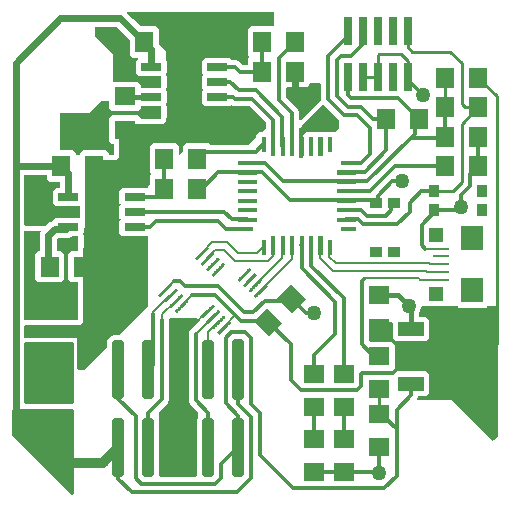
<source format=gbr>
G04 EAGLE Gerber RS-274X export*
G75*
%MOMM*%
%FSLAX34Y34*%
%LPD*%
%INTop Copper*%
%IPPOS*%
%AMOC8*
5,1,8,0,0,1.08239X$1,22.5*%
G01*
%ADD10R,1.800000X1.600000*%
%ADD11R,1.600000X1.800000*%
%ADD12R,0.760000X2.400000*%
%ADD13R,0.900000X1.000000*%
%ADD14C,0.087500*%
%ADD15R,1.900000X2.150000*%
%ADD16R,1.300000X1.200000*%
%ADD17R,1.350000X0.210000*%
%ADD18R,2.235200X1.219200*%
%ADD19R,2.200000X3.600000*%
%ADD20R,1.750000X0.650000*%
%ADD21R,2.410000X3.500000*%
%ADD22R,1.308000X1.308000*%
%ADD23C,0.500000*%
%ADD24R,1.803000X1.600000*%
%ADD25R,1.000000X0.900000*%
%ADD26C,0.055000*%
%ADD27C,0.254000*%
%ADD28C,1.257300*%
%ADD29C,0.203200*%
%ADD30C,0.609600*%
%ADD31C,0.304800*%
%ADD32C,0.406400*%
%ADD33C,0.812800*%

G36*
X65074Y112637D02*
X65074Y112637D01*
X65149Y112650D01*
X65159Y112657D01*
X65169Y112659D01*
X65198Y112683D01*
X65269Y112731D01*
X84770Y132232D01*
X84810Y132297D01*
X84854Y132359D01*
X84856Y132371D01*
X84861Y132379D01*
X84865Y132416D01*
X84881Y132501D01*
X84881Y136796D01*
X85919Y139303D01*
X87837Y141221D01*
X90344Y142259D01*
X94639Y142259D01*
X94713Y142276D01*
X94788Y142289D01*
X94798Y142296D01*
X94808Y142298D01*
X94837Y142322D01*
X94908Y142370D01*
X119269Y166731D01*
X119281Y166751D01*
X119298Y166765D01*
X119316Y166806D01*
X119353Y166858D01*
X119355Y166870D01*
X119360Y166878D01*
X119363Y166911D01*
X119369Y166923D01*
X119368Y166938D01*
X119380Y167000D01*
X119380Y225905D01*
X119374Y225930D01*
X119377Y225955D01*
X119355Y226013D01*
X119341Y226073D01*
X119324Y226093D01*
X119315Y226117D01*
X119270Y226159D01*
X119231Y226207D01*
X119207Y226218D01*
X119188Y226235D01*
X119129Y226253D01*
X119072Y226278D01*
X119047Y226277D01*
X119022Y226284D01*
X118961Y226274D01*
X118899Y226271D01*
X118877Y226259D01*
X118851Y226255D01*
X118780Y226206D01*
X118747Y226189D01*
X118741Y226180D01*
X118731Y226174D01*
X118539Y225981D01*
X97461Y225981D01*
X94931Y228511D01*
X94931Y238589D01*
X95974Y239631D01*
X96000Y239674D01*
X96035Y239712D01*
X96046Y239747D01*
X96065Y239778D01*
X96070Y239829D01*
X96084Y239878D01*
X96078Y239914D01*
X96081Y239951D01*
X96063Y239998D01*
X96055Y240049D01*
X96031Y240084D01*
X96020Y240113D01*
X95997Y240134D01*
X95974Y240169D01*
X94931Y241211D01*
X94931Y251289D01*
X95974Y252331D01*
X96000Y252374D01*
X96035Y252412D01*
X96046Y252447D01*
X96065Y252478D01*
X96070Y252529D01*
X96084Y252578D01*
X96078Y252614D01*
X96081Y252651D01*
X96063Y252698D01*
X96055Y252749D01*
X96031Y252784D01*
X96020Y252813D01*
X95997Y252834D01*
X95974Y252869D01*
X94931Y253911D01*
X94931Y263989D01*
X97461Y266519D01*
X118539Y266519D01*
X118731Y266326D01*
X118753Y266313D01*
X118769Y266293D01*
X118826Y266268D01*
X118878Y266235D01*
X118904Y266233D01*
X118928Y266222D01*
X118989Y266224D01*
X119051Y266219D01*
X119075Y266228D01*
X119101Y266229D01*
X119155Y266258D01*
X119213Y266280D01*
X119230Y266299D01*
X119253Y266311D01*
X119288Y266362D01*
X119330Y266407D01*
X119338Y266432D01*
X119353Y266453D01*
X119369Y266538D01*
X119370Y266542D01*
X119373Y266549D01*
X119373Y266552D01*
X119380Y266573D01*
X119378Y266583D01*
X119380Y266595D01*
X119380Y267843D01*
X120570Y269032D01*
X120579Y269047D01*
X120585Y269052D01*
X120592Y269068D01*
X120610Y269097D01*
X120654Y269159D01*
X120656Y269171D01*
X120661Y269179D01*
X120665Y269216D01*
X120681Y269301D01*
X120681Y276789D01*
X122124Y278231D01*
X122150Y278274D01*
X122185Y278312D01*
X122196Y278347D01*
X122215Y278378D01*
X122220Y278429D01*
X122234Y278478D01*
X122228Y278514D01*
X122231Y278551D01*
X122213Y278599D01*
X122205Y278649D01*
X122181Y278684D01*
X122170Y278713D01*
X122147Y278734D01*
X122124Y278769D01*
X120681Y280211D01*
X120681Y301789D01*
X123211Y304319D01*
X142789Y304319D01*
X145319Y301789D01*
X145319Y294699D01*
X145325Y294674D01*
X145322Y294648D01*
X145344Y294590D01*
X145358Y294530D01*
X145375Y294510D01*
X145384Y294486D01*
X145429Y294444D01*
X145468Y294397D01*
X145492Y294386D01*
X145511Y294369D01*
X145570Y294351D01*
X145627Y294326D01*
X145652Y294327D01*
X145677Y294319D01*
X145738Y294330D01*
X145800Y294332D01*
X145822Y294345D01*
X145848Y294349D01*
X145919Y294397D01*
X145952Y294415D01*
X145958Y294423D01*
X145968Y294430D01*
X148570Y297032D01*
X148610Y297097D01*
X148654Y297159D01*
X148656Y297171D01*
X148661Y297179D01*
X148665Y297216D01*
X148681Y297301D01*
X148681Y301789D01*
X151211Y304319D01*
X170789Y304319D01*
X172154Y302954D01*
X172218Y302914D01*
X172280Y302870D01*
X172292Y302868D01*
X172301Y302863D01*
X172338Y302859D01*
X172422Y302843D01*
X204223Y302843D01*
X204297Y302860D01*
X204372Y302873D01*
X204382Y302880D01*
X204392Y302882D01*
X204421Y302906D01*
X204492Y302954D01*
X210820Y309282D01*
X210860Y309347D01*
X210904Y309409D01*
X210906Y309421D01*
X210911Y309429D01*
X210915Y309466D01*
X210931Y309551D01*
X210931Y311333D01*
X213717Y314119D01*
X215499Y314119D01*
X215573Y314136D01*
X215648Y314149D01*
X215658Y314156D01*
X215668Y314158D01*
X215697Y314182D01*
X215768Y314230D01*
X219046Y317508D01*
X219086Y317573D01*
X219130Y317635D01*
X219132Y317647D01*
X219137Y317655D01*
X219141Y317692D01*
X219157Y317777D01*
X219157Y321797D01*
X219144Y321855D01*
X219144Y321858D01*
X219143Y321860D01*
X219140Y321871D01*
X219127Y321946D01*
X219120Y321956D01*
X219118Y321966D01*
X219094Y321995D01*
X219046Y322066D01*
X205182Y335930D01*
X205117Y335970D01*
X205055Y336014D01*
X205043Y336016D01*
X205035Y336021D01*
X204998Y336025D01*
X204913Y336041D01*
X191787Y336041D01*
X189767Y336878D01*
X189705Y336888D01*
X189644Y336906D01*
X189620Y336902D01*
X189596Y336906D01*
X189536Y336887D01*
X189473Y336876D01*
X189451Y336861D01*
X189431Y336855D01*
X189403Y336829D01*
X189353Y336795D01*
X188539Y335981D01*
X167461Y335981D01*
X164931Y338511D01*
X164931Y348589D01*
X165974Y349631D01*
X165986Y349651D01*
X166003Y349665D01*
X166013Y349688D01*
X166035Y349712D01*
X166046Y349747D01*
X166065Y349778D01*
X166068Y349811D01*
X166074Y349823D01*
X166073Y349840D01*
X166084Y349878D01*
X166078Y349914D01*
X166081Y349951D01*
X166067Y349988D01*
X166067Y349996D01*
X166062Y350006D01*
X166055Y350049D01*
X166031Y350084D01*
X166020Y350113D01*
X165997Y350134D01*
X165974Y350169D01*
X164931Y351211D01*
X164931Y361289D01*
X165974Y362331D01*
X166000Y362374D01*
X166035Y362412D01*
X166046Y362447D01*
X166065Y362478D01*
X166070Y362529D01*
X166084Y362578D01*
X166078Y362614D01*
X166081Y362651D01*
X166063Y362698D01*
X166055Y362749D01*
X166031Y362784D01*
X166020Y362813D01*
X165997Y362834D01*
X165974Y362869D01*
X164931Y363911D01*
X164931Y373989D01*
X167461Y376519D01*
X188539Y376519D01*
X190154Y374904D01*
X190218Y374864D01*
X190280Y374820D01*
X190292Y374818D01*
X190301Y374813D01*
X190338Y374809D01*
X190422Y374793D01*
X194162Y374793D01*
X196310Y373903D01*
X198007Y372206D01*
X199259Y370954D01*
X199323Y370914D01*
X199385Y370870D01*
X199397Y370868D01*
X199406Y370863D01*
X199443Y370859D01*
X199528Y370843D01*
X203301Y370843D01*
X203351Y370854D01*
X203402Y370856D01*
X203434Y370874D01*
X203470Y370882D01*
X203509Y370915D01*
X203554Y370939D01*
X203575Y370969D01*
X203603Y370992D01*
X203624Y371039D01*
X203654Y371081D01*
X203662Y371123D01*
X203674Y371151D01*
X203673Y371181D01*
X203681Y371223D01*
X203681Y375789D01*
X205124Y377231D01*
X205150Y377274D01*
X205185Y377312D01*
X205196Y377347D01*
X205215Y377378D01*
X205220Y377429D01*
X205234Y377478D01*
X205228Y377514D01*
X205231Y377551D01*
X205213Y377599D01*
X205205Y377649D01*
X205181Y377684D01*
X205170Y377713D01*
X205147Y377734D01*
X205124Y377769D01*
X203681Y379211D01*
X203681Y400789D01*
X206211Y403319D01*
X225823Y403319D01*
X225826Y403318D01*
X225878Y403285D01*
X225904Y403283D01*
X225928Y403272D01*
X225989Y403274D01*
X226051Y403269D01*
X226075Y403278D01*
X226101Y403279D01*
X226155Y403308D01*
X226213Y403330D01*
X226230Y403349D01*
X226253Y403361D01*
X226288Y403412D01*
X226330Y403457D01*
X226338Y403482D01*
X226353Y403503D01*
X226369Y403587D01*
X226380Y403623D01*
X226378Y403633D01*
X226380Y403645D01*
X226380Y415301D01*
X226369Y415351D01*
X226367Y415402D01*
X226349Y415434D01*
X226341Y415470D01*
X226308Y415509D01*
X226284Y415554D01*
X226254Y415575D01*
X226231Y415603D01*
X226184Y415624D01*
X226142Y415654D01*
X226100Y415662D01*
X226072Y415674D01*
X226042Y415673D01*
X226000Y415681D01*
X101655Y415681D01*
X101630Y415675D01*
X101604Y415678D01*
X101546Y415656D01*
X101486Y415642D01*
X101466Y415625D01*
X101442Y415616D01*
X101400Y415571D01*
X101352Y415532D01*
X101342Y415508D01*
X101324Y415489D01*
X101307Y415430D01*
X101282Y415373D01*
X101283Y415348D01*
X101275Y415323D01*
X101286Y415262D01*
X101288Y415200D01*
X101301Y415178D01*
X101305Y415152D01*
X101353Y415081D01*
X101371Y415048D01*
X101373Y415047D01*
X101373Y415046D01*
X101380Y415041D01*
X101386Y415032D01*
X102299Y414119D01*
X106607Y409811D01*
X106672Y409771D01*
X106734Y409727D01*
X106746Y409725D01*
X106754Y409720D01*
X106791Y409716D01*
X106876Y409700D01*
X106947Y409700D01*
X113216Y403430D01*
X113281Y403390D01*
X113343Y403346D01*
X113355Y403344D01*
X113364Y403339D01*
X113401Y403335D01*
X113485Y403319D01*
X125789Y403319D01*
X128319Y400789D01*
X128319Y388485D01*
X128336Y388411D01*
X128349Y388336D01*
X128356Y388326D01*
X128358Y388316D01*
X128382Y388288D01*
X128430Y388216D01*
X134700Y381947D01*
X134700Y374615D01*
X134715Y374549D01*
X134717Y374511D01*
X134725Y374496D01*
X134730Y374467D01*
X134737Y374456D01*
X134739Y374447D01*
X134763Y374418D01*
X134786Y374383D01*
X134799Y374359D01*
X134806Y374355D01*
X134811Y374347D01*
X135069Y374089D01*
X135069Y364011D01*
X134811Y363753D01*
X134771Y363689D01*
X134727Y363627D01*
X134725Y363615D01*
X134720Y363606D01*
X134716Y363569D01*
X134700Y363485D01*
X134700Y361915D01*
X134717Y361841D01*
X134730Y361767D01*
X134737Y361756D01*
X134739Y361747D01*
X134763Y361718D01*
X134811Y361647D01*
X135069Y361389D01*
X135069Y351311D01*
X134811Y351053D01*
X134771Y350989D01*
X134727Y350927D01*
X134725Y350915D01*
X134720Y350906D01*
X134716Y350869D01*
X134700Y350785D01*
X134700Y349215D01*
X134717Y349141D01*
X134730Y349067D01*
X134737Y349056D01*
X134739Y349047D01*
X134763Y349018D01*
X134811Y348946D01*
X135069Y348689D01*
X135069Y338611D01*
X134811Y338354D01*
X134803Y338340D01*
X134801Y338339D01*
X134799Y338334D01*
X134771Y338289D01*
X134727Y338227D01*
X134725Y338215D01*
X134720Y338206D01*
X134716Y338169D01*
X134700Y338085D01*
X134700Y336515D01*
X134717Y336441D01*
X134730Y336367D01*
X134737Y336356D01*
X134739Y336347D01*
X134763Y336318D01*
X134811Y336247D01*
X135069Y335989D01*
X135069Y325911D01*
X134811Y325653D01*
X134771Y325589D01*
X134727Y325527D01*
X134725Y325515D01*
X134720Y325506D01*
X134716Y325469D01*
X134700Y325385D01*
X134700Y323053D01*
X131947Y320300D01*
X95080Y320300D01*
X95030Y320289D01*
X94979Y320287D01*
X94947Y320269D01*
X94911Y320261D01*
X94872Y320228D01*
X94827Y320204D01*
X94806Y320174D01*
X94778Y320151D01*
X94757Y320104D01*
X94727Y320062D01*
X94719Y320020D01*
X94707Y319992D01*
X94708Y319962D01*
X94700Y319920D01*
X94700Y293053D01*
X91947Y290300D01*
X66080Y290300D01*
X66030Y290289D01*
X65979Y290287D01*
X65947Y290269D01*
X65911Y290261D01*
X65872Y290228D01*
X65827Y290204D01*
X65806Y290174D01*
X65778Y290151D01*
X65757Y290104D01*
X65727Y290062D01*
X65719Y290020D01*
X65707Y289992D01*
X65708Y289962D01*
X65700Y289920D01*
X65700Y233053D01*
X65180Y232534D01*
X65140Y232469D01*
X65096Y232407D01*
X65094Y232395D01*
X65089Y232386D01*
X65085Y232349D01*
X65069Y232265D01*
X65069Y228611D01*
X64811Y228354D01*
X64771Y228289D01*
X64727Y228227D01*
X64725Y228215D01*
X64720Y228206D01*
X64716Y228169D01*
X64700Y228085D01*
X64700Y226515D01*
X64717Y226441D01*
X64730Y226367D01*
X64737Y226356D01*
X64739Y226347D01*
X64763Y226318D01*
X64811Y226247D01*
X65069Y225989D01*
X65069Y215911D01*
X64811Y215653D01*
X64771Y215589D01*
X64727Y215527D01*
X64725Y215515D01*
X64720Y215506D01*
X64716Y215469D01*
X64700Y215385D01*
X64700Y153053D01*
X61947Y150300D01*
X15113Y150300D01*
X15063Y150289D01*
X15012Y150287D01*
X14980Y150269D01*
X14944Y150261D01*
X14905Y150228D01*
X14860Y150204D01*
X14839Y150174D01*
X14811Y150151D01*
X14790Y150104D01*
X14760Y150062D01*
X14752Y150020D01*
X14740Y149992D01*
X14741Y149962D01*
X14740Y149957D01*
X14740Y149956D01*
X14733Y149920D01*
X14733Y140000D01*
X14744Y139950D01*
X14746Y139899D01*
X14764Y139867D01*
X14772Y139831D01*
X14805Y139792D01*
X14829Y139747D01*
X14859Y139726D01*
X14882Y139698D01*
X14929Y139677D01*
X14971Y139647D01*
X15013Y139639D01*
X15041Y139627D01*
X15071Y139628D01*
X15113Y139620D01*
X59620Y139620D01*
X59620Y113000D01*
X59631Y112950D01*
X59633Y112899D01*
X59651Y112867D01*
X59659Y112831D01*
X59692Y112792D01*
X59716Y112747D01*
X59746Y112726D01*
X59769Y112698D01*
X59816Y112677D01*
X59858Y112647D01*
X59900Y112639D01*
X59928Y112627D01*
X59958Y112628D01*
X60000Y112620D01*
X65000Y112620D01*
X65074Y112637D01*
G37*
G36*
X411127Y52694D02*
X411127Y52694D01*
X411246Y52697D01*
X411285Y52709D01*
X411325Y52712D01*
X411437Y52753D01*
X411551Y52786D01*
X411586Y52806D01*
X411624Y52820D01*
X411723Y52887D01*
X411825Y52947D01*
X411871Y52987D01*
X411887Y52999D01*
X411901Y53014D01*
X411946Y53054D01*
X415310Y56417D01*
X415370Y56495D01*
X415438Y56568D01*
X415467Y56621D01*
X415504Y56668D01*
X415544Y56759D01*
X415592Y56846D01*
X415607Y56905D01*
X415631Y56960D01*
X415646Y57058D01*
X415671Y57154D01*
X415677Y57254D01*
X415681Y57274D01*
X415679Y57287D01*
X415681Y57315D01*
X415681Y165000D01*
X415666Y165118D01*
X415659Y165237D01*
X415646Y165275D01*
X415641Y165316D01*
X415598Y165426D01*
X415561Y165539D01*
X415539Y165574D01*
X415524Y165611D01*
X415455Y165707D01*
X415391Y165808D01*
X415361Y165836D01*
X415338Y165869D01*
X415246Y165945D01*
X415159Y166026D01*
X415124Y166046D01*
X415093Y166071D01*
X414985Y166122D01*
X414881Y166180D01*
X414841Y166190D01*
X414805Y166207D01*
X414688Y166229D01*
X414573Y166259D01*
X414513Y166263D01*
X414493Y166267D01*
X414472Y166265D01*
X414412Y166269D01*
X406903Y166269D01*
X406804Y166257D01*
X406705Y166254D01*
X406647Y166237D01*
X406587Y166229D01*
X406495Y166193D01*
X406400Y166165D01*
X406348Y166135D01*
X406291Y166112D01*
X406211Y166054D01*
X406126Y166004D01*
X406051Y165938D01*
X406034Y165926D01*
X406026Y165916D01*
X406005Y165897D01*
X405289Y165181D01*
X382711Y165181D01*
X381995Y165897D01*
X381917Y165958D01*
X381845Y166026D01*
X381791Y166055D01*
X381744Y166092D01*
X381653Y166132D01*
X381566Y166180D01*
X381507Y166195D01*
X381452Y166219D01*
X381354Y166234D01*
X381258Y166259D01*
X381158Y166265D01*
X381138Y166269D01*
X381125Y166267D01*
X381097Y166269D01*
X351874Y166269D01*
X351756Y166254D01*
X351638Y166247D01*
X351599Y166234D01*
X351559Y166229D01*
X351448Y166186D01*
X351335Y166149D01*
X351301Y166127D01*
X351263Y166112D01*
X351167Y166043D01*
X351066Y165979D01*
X351039Y165949D01*
X351006Y165926D01*
X350930Y165834D01*
X350848Y165747D01*
X350829Y165712D01*
X350803Y165681D01*
X350752Y165573D01*
X350695Y165469D01*
X350685Y165429D01*
X350668Y165393D01*
X350645Y165276D01*
X350615Y165161D01*
X350612Y165101D01*
X350608Y165081D01*
X350609Y165060D01*
X350605Y165000D01*
X350605Y164890D01*
X348991Y160993D01*
X348734Y160736D01*
X348674Y160658D01*
X348606Y160586D01*
X348577Y160533D01*
X348540Y160485D01*
X348500Y160394D01*
X348452Y160308D01*
X348437Y160249D01*
X348413Y160193D01*
X348398Y160095D01*
X348373Y160000D01*
X348367Y159900D01*
X348363Y159879D01*
X348365Y159867D01*
X348363Y159839D01*
X348363Y158798D01*
X348378Y158680D01*
X348385Y158561D01*
X348398Y158523D01*
X348403Y158482D01*
X348446Y158372D01*
X348483Y158259D01*
X348505Y158224D01*
X348520Y158187D01*
X348589Y158091D01*
X348653Y157990D01*
X348683Y157962D01*
X348706Y157929D01*
X348798Y157853D01*
X348885Y157772D01*
X348920Y157752D01*
X348951Y157727D01*
X349059Y157676D01*
X349163Y157618D01*
X349203Y157608D01*
X349239Y157591D01*
X349356Y157569D01*
X349471Y157539D01*
X349531Y157535D01*
X349551Y157531D01*
X349572Y157533D01*
X349632Y157529D01*
X354977Y157529D01*
X357507Y154999D01*
X357507Y139229D01*
X354977Y136699D01*
X329047Y136699D01*
X326517Y139229D01*
X326517Y152000D01*
X326502Y152118D01*
X326495Y152237D01*
X326482Y152275D01*
X326477Y152316D01*
X326434Y152426D01*
X326397Y152539D01*
X326375Y152574D01*
X326360Y152611D01*
X326291Y152707D01*
X326227Y152808D01*
X326197Y152836D01*
X326174Y152869D01*
X326082Y152945D01*
X325995Y153026D01*
X325960Y153046D01*
X325929Y153071D01*
X325821Y153122D01*
X325717Y153180D01*
X325677Y153190D01*
X325641Y153207D01*
X325524Y153229D01*
X325409Y153259D01*
X325349Y153263D01*
X325329Y153267D01*
X325308Y153265D01*
X325248Y153269D01*
X314000Y153269D01*
X313902Y153257D01*
X313803Y153254D01*
X313745Y153237D01*
X313684Y153229D01*
X313592Y153193D01*
X313497Y153165D01*
X313445Y153135D01*
X313389Y153112D01*
X313309Y153054D01*
X313223Y153004D01*
X313148Y152938D01*
X313131Y152926D01*
X313124Y152916D01*
X313103Y152898D01*
X307103Y146898D01*
X307042Y146819D01*
X306974Y146747D01*
X306945Y146694D01*
X306908Y146646D01*
X306868Y146555D01*
X306820Y146469D01*
X306805Y146410D01*
X306781Y146354D01*
X306766Y146256D01*
X306741Y146161D01*
X306735Y146061D01*
X306731Y146040D01*
X306733Y146028D01*
X306731Y146000D01*
X306731Y137588D01*
X306746Y137470D01*
X306753Y137351D01*
X306766Y137313D01*
X306771Y137272D01*
X306814Y137162D01*
X306851Y137049D01*
X306873Y137014D01*
X306888Y136977D01*
X306958Y136881D01*
X307021Y136780D01*
X307051Y136752D01*
X307074Y136719D01*
X307166Y136643D01*
X307253Y136562D01*
X307288Y136542D01*
X307319Y136517D01*
X307427Y136466D01*
X307531Y136408D01*
X307571Y136398D01*
X307607Y136381D01*
X307724Y136359D01*
X307839Y136329D01*
X307900Y136325D01*
X307920Y136321D01*
X307940Y136323D01*
X308000Y136319D01*
X325789Y136319D01*
X328319Y133789D01*
X328319Y114211D01*
X325789Y111681D01*
X308000Y111681D01*
X307882Y111666D01*
X307763Y111659D01*
X307725Y111646D01*
X307684Y111641D01*
X307574Y111598D01*
X307461Y111561D01*
X307426Y111539D01*
X307389Y111524D01*
X307293Y111455D01*
X307192Y111391D01*
X307164Y111361D01*
X307131Y111338D01*
X307056Y111246D01*
X306974Y111159D01*
X306954Y111124D01*
X306929Y111093D01*
X306878Y110985D01*
X306820Y110881D01*
X306810Y110841D01*
X306793Y110805D01*
X306771Y110688D01*
X306741Y110573D01*
X306737Y110513D01*
X306733Y110493D01*
X306735Y110472D01*
X306731Y110412D01*
X306731Y109588D01*
X306746Y109470D01*
X306753Y109351D01*
X306766Y109313D01*
X306771Y109272D01*
X306814Y109162D01*
X306851Y109049D01*
X306873Y109014D01*
X306888Y108977D01*
X306958Y108881D01*
X307021Y108780D01*
X307051Y108752D01*
X307074Y108719D01*
X307166Y108643D01*
X307253Y108562D01*
X307288Y108542D01*
X307319Y108517D01*
X307427Y108466D01*
X307531Y108408D01*
X307571Y108398D01*
X307607Y108381D01*
X307724Y108359D01*
X307839Y108329D01*
X307900Y108325D01*
X307920Y108321D01*
X307940Y108323D01*
X308000Y108319D01*
X325539Y108319D01*
X325638Y108331D01*
X325737Y108334D01*
X325795Y108351D01*
X325855Y108359D01*
X325947Y108395D01*
X326042Y108423D01*
X326094Y108453D01*
X326151Y108476D01*
X326231Y108534D01*
X326316Y108584D01*
X326391Y108650D01*
X326408Y108662D01*
X326416Y108672D01*
X326437Y108690D01*
X329047Y111301D01*
X354977Y111301D01*
X357507Y108771D01*
X357507Y93001D01*
X354977Y90471D01*
X348960Y90471D01*
X348931Y90468D01*
X348902Y90470D01*
X348773Y90448D01*
X348645Y90431D01*
X348617Y90421D01*
X348588Y90416D01*
X348470Y90362D01*
X348349Y90314D01*
X348325Y90297D01*
X348298Y90285D01*
X348197Y90204D01*
X348092Y90128D01*
X348073Y90105D01*
X348050Y90086D01*
X347972Y89983D01*
X347889Y89883D01*
X347876Y89856D01*
X347859Y89832D01*
X347788Y89688D01*
X347290Y88486D01*
X347277Y88438D01*
X347255Y88393D01*
X347235Y88285D01*
X347206Y88179D01*
X347205Y88129D01*
X347196Y88081D01*
X347202Y87971D01*
X347201Y87861D01*
X347212Y87813D01*
X347215Y87763D01*
X347249Y87659D01*
X347275Y87552D01*
X347298Y87508D01*
X347313Y87461D01*
X347372Y87368D01*
X347424Y87271D01*
X347457Y87234D01*
X347484Y87192D01*
X347564Y87117D01*
X347638Y87035D01*
X347679Y87008D01*
X347715Y86974D01*
X347812Y86921D01*
X347903Y86861D01*
X347950Y86844D01*
X347994Y86820D01*
X348100Y86793D01*
X348204Y86757D01*
X348254Y86753D01*
X348302Y86741D01*
X348462Y86731D01*
X376474Y86731D01*
X410151Y53054D01*
X410245Y52981D01*
X410335Y52902D01*
X410370Y52884D01*
X410402Y52859D01*
X410512Y52811D01*
X410618Y52757D01*
X410657Y52749D01*
X410694Y52733D01*
X410812Y52714D01*
X410928Y52688D01*
X410968Y52689D01*
X411008Y52683D01*
X411127Y52694D01*
G37*
G36*
X159584Y22064D02*
X159584Y22064D01*
X159610Y22062D01*
X159757Y22084D01*
X159904Y22101D01*
X159929Y22109D01*
X159955Y22113D01*
X160093Y22168D01*
X160232Y22218D01*
X160254Y22232D01*
X160279Y22242D01*
X160400Y22327D01*
X160525Y22407D01*
X160543Y22426D01*
X160565Y22441D01*
X160664Y22551D01*
X160767Y22658D01*
X160781Y22680D01*
X160798Y22700D01*
X160870Y22830D01*
X160946Y22957D01*
X160954Y22982D01*
X160967Y23005D01*
X161007Y23148D01*
X161052Y23289D01*
X161054Y23315D01*
X161062Y23340D01*
X161081Y23584D01*
X161081Y70916D01*
X161407Y71703D01*
X161408Y71705D01*
X161409Y71707D01*
X161457Y71877D01*
X161503Y72038D01*
X161503Y72040D01*
X161504Y72043D01*
X161523Y72286D01*
X161523Y76126D01*
X161509Y76251D01*
X161502Y76377D01*
X161489Y76424D01*
X161483Y76472D01*
X161441Y76591D01*
X161406Y76712D01*
X161382Y76754D01*
X161366Y76800D01*
X161297Y76906D01*
X161236Y77016D01*
X161196Y77063D01*
X161177Y77093D01*
X161142Y77126D01*
X161077Y77203D01*
X156463Y81817D01*
X156462Y81817D01*
X154605Y83675D01*
X153715Y85822D01*
X153715Y144223D01*
X154605Y146371D01*
X156248Y148014D01*
X157195Y148406D01*
X157197Y148407D01*
X157199Y148408D01*
X157347Y148490D01*
X157499Y148575D01*
X157501Y148577D01*
X157503Y148578D01*
X157689Y148736D01*
X161077Y152124D01*
X161156Y152223D01*
X161240Y152317D01*
X161264Y152360D01*
X161294Y152397D01*
X161348Y152512D01*
X161409Y152622D01*
X161422Y152669D01*
X161443Y152712D01*
X161469Y152836D01*
X161504Y152958D01*
X161509Y153018D01*
X161516Y153053D01*
X161515Y153101D01*
X161523Y153201D01*
X161523Y155000D01*
X161520Y155026D01*
X161522Y155052D01*
X161500Y155199D01*
X161483Y155346D01*
X161475Y155371D01*
X161471Y155397D01*
X161416Y155535D01*
X161366Y155674D01*
X161352Y155696D01*
X161342Y155721D01*
X161257Y155842D01*
X161177Y155967D01*
X161158Y155985D01*
X161143Y156007D01*
X161033Y156106D01*
X160926Y156209D01*
X160904Y156223D01*
X160884Y156240D01*
X160754Y156312D01*
X160627Y156388D01*
X160602Y156396D01*
X160579Y156409D01*
X160436Y156449D01*
X160295Y156494D01*
X160269Y156496D01*
X160244Y156504D01*
X160000Y156523D01*
X138808Y156523D01*
X138782Y156520D01*
X138756Y156522D01*
X138609Y156500D01*
X138462Y156483D01*
X138437Y156475D01*
X138411Y156471D01*
X138273Y156416D01*
X138134Y156366D01*
X138112Y156352D01*
X138087Y156342D01*
X137966Y156257D01*
X137841Y156177D01*
X137823Y156158D01*
X137801Y156143D01*
X137702Y156033D01*
X137599Y155926D01*
X137585Y155904D01*
X137568Y155884D01*
X137496Y155754D01*
X137420Y155627D01*
X137412Y155602D01*
X137399Y155579D01*
X137359Y155436D01*
X137314Y155295D01*
X137312Y155269D01*
X137304Y155244D01*
X137285Y155000D01*
X137285Y86822D01*
X136395Y84675D01*
X128923Y77203D01*
X128844Y77104D01*
X128760Y77010D01*
X128736Y76967D01*
X128706Y76930D01*
X128652Y76815D01*
X128591Y76705D01*
X128578Y76658D01*
X128557Y76615D01*
X128531Y76491D01*
X128496Y76369D01*
X128492Y76309D01*
X128484Y76274D01*
X128485Y76226D01*
X128477Y76126D01*
X128477Y72286D01*
X128477Y72284D01*
X128477Y72282D01*
X128498Y72104D01*
X128517Y71940D01*
X128517Y71938D01*
X128518Y71936D01*
X128593Y71703D01*
X128919Y70916D01*
X128919Y23584D01*
X128922Y23558D01*
X128920Y23532D01*
X128942Y23385D01*
X128959Y23238D01*
X128967Y23213D01*
X128971Y23187D01*
X129026Y23049D01*
X129076Y22910D01*
X129090Y22888D01*
X129100Y22863D01*
X129185Y22742D01*
X129265Y22617D01*
X129284Y22599D01*
X129299Y22577D01*
X129409Y22478D01*
X129516Y22375D01*
X129538Y22361D01*
X129558Y22344D01*
X129688Y22272D01*
X129815Y22196D01*
X129840Y22188D01*
X129863Y22175D01*
X130006Y22135D01*
X130147Y22090D01*
X130173Y22088D01*
X130198Y22080D01*
X130442Y22061D01*
X159558Y22061D01*
X159584Y22064D01*
G37*
G36*
X55099Y6647D02*
X55099Y6647D01*
X55237Y6656D01*
X55256Y6662D01*
X55276Y6664D01*
X55408Y6711D01*
X55539Y6754D01*
X55557Y6765D01*
X55576Y6771D01*
X55691Y6849D01*
X55808Y6924D01*
X55822Y6939D01*
X55839Y6950D01*
X55931Y7054D01*
X56026Y7155D01*
X56036Y7173D01*
X56049Y7188D01*
X56113Y7312D01*
X56180Y7434D01*
X56185Y7454D01*
X56194Y7472D01*
X56224Y7607D01*
X56259Y7742D01*
X56261Y7770D01*
X56264Y7782D01*
X56263Y7802D01*
X56269Y7903D01*
X56269Y78142D01*
X56254Y78260D01*
X56247Y78379D01*
X56234Y78417D01*
X56229Y78458D01*
X56186Y78568D01*
X56149Y78681D01*
X56127Y78716D01*
X56112Y78753D01*
X56043Y78849D01*
X55979Y78950D01*
X55949Y78978D01*
X55926Y79011D01*
X55834Y79087D01*
X55747Y79168D01*
X55712Y79188D01*
X55681Y79213D01*
X55573Y79264D01*
X55469Y79322D01*
X55429Y79332D01*
X55393Y79349D01*
X55276Y79371D01*
X55161Y79401D01*
X55101Y79405D01*
X55081Y79409D01*
X55060Y79407D01*
X55000Y79411D01*
X5588Y79411D01*
X5470Y79396D01*
X5351Y79389D01*
X5313Y79376D01*
X5272Y79371D01*
X5162Y79328D01*
X5049Y79291D01*
X5014Y79269D01*
X4977Y79254D01*
X4881Y79185D01*
X4780Y79121D01*
X4752Y79091D01*
X4719Y79068D01*
X4643Y78976D01*
X4562Y78889D01*
X4542Y78854D01*
X4517Y78823D01*
X4466Y78715D01*
X4408Y78611D01*
X4398Y78571D01*
X4381Y78535D01*
X4359Y78418D01*
X4329Y78303D01*
X4325Y78243D01*
X4321Y78223D01*
X4323Y78202D01*
X4319Y78142D01*
X4319Y57315D01*
X4331Y57216D01*
X4334Y57117D01*
X4351Y57059D01*
X4359Y56999D01*
X4395Y56907D01*
X4423Y56812D01*
X4453Y56760D01*
X4476Y56703D01*
X4534Y56623D01*
X4584Y56538D01*
X4650Y56463D01*
X4662Y56446D01*
X4672Y56438D01*
X4690Y56417D01*
X54103Y7005D01*
X54212Y6920D01*
X54319Y6831D01*
X54338Y6823D01*
X54354Y6810D01*
X54482Y6755D01*
X54607Y6696D01*
X54627Y6692D01*
X54646Y6684D01*
X54784Y6662D01*
X54920Y6636D01*
X54940Y6637D01*
X54960Y6634D01*
X55099Y6647D01*
G37*
G36*
X60050Y154631D02*
X60050Y154631D01*
X60101Y154633D01*
X60133Y154651D01*
X60169Y154659D01*
X60208Y154692D01*
X60253Y154716D01*
X60274Y154746D01*
X60302Y154769D01*
X60323Y154816D01*
X60353Y154858D01*
X60361Y154900D01*
X60373Y154928D01*
X60372Y154958D01*
X60380Y155000D01*
X60380Y186301D01*
X60369Y186351D01*
X60367Y186402D01*
X60349Y186434D01*
X60341Y186470D01*
X60308Y186509D01*
X60284Y186554D01*
X60254Y186575D01*
X60231Y186603D01*
X60184Y186624D01*
X60142Y186654D01*
X60100Y186662D01*
X60072Y186674D01*
X60042Y186673D01*
X60000Y186681D01*
X54211Y186681D01*
X51681Y189211D01*
X51681Y210789D01*
X54211Y213319D01*
X60000Y213319D01*
X60050Y213330D01*
X60101Y213332D01*
X60133Y213350D01*
X60169Y213358D01*
X60208Y213391D01*
X60253Y213415D01*
X60274Y213445D01*
X60302Y213468D01*
X60323Y213515D01*
X60353Y213557D01*
X60361Y213599D01*
X60373Y213627D01*
X60372Y213657D01*
X60380Y213699D01*
X60380Y225701D01*
X60369Y225751D01*
X60367Y225802D01*
X60349Y225834D01*
X60341Y225870D01*
X60308Y225909D01*
X60284Y225954D01*
X60254Y225975D01*
X60231Y226003D01*
X60184Y226024D01*
X60142Y226054D01*
X60100Y226062D01*
X60072Y226074D01*
X60042Y226073D01*
X60000Y226081D01*
X55007Y226081D01*
X54933Y226064D01*
X54858Y226051D01*
X54848Y226044D01*
X54838Y226042D01*
X54809Y226018D01*
X54738Y225970D01*
X54089Y225321D01*
X51381Y224199D01*
X43408Y224199D01*
X43334Y224182D01*
X43259Y224169D01*
X43249Y224162D01*
X43239Y224160D01*
X43210Y224136D01*
X43139Y224088D01*
X42478Y223427D01*
X42438Y223362D01*
X42394Y223300D01*
X42392Y223288D01*
X42387Y223280D01*
X42383Y223243D01*
X42367Y223158D01*
X42367Y213699D01*
X42378Y213649D01*
X42380Y213598D01*
X42398Y213566D01*
X42406Y213530D01*
X42439Y213491D01*
X42463Y213446D01*
X42493Y213425D01*
X42516Y213397D01*
X42563Y213376D01*
X42605Y213346D01*
X42647Y213338D01*
X42675Y213326D01*
X42705Y213327D01*
X42747Y213319D01*
X45789Y213319D01*
X48319Y210789D01*
X48319Y189211D01*
X45789Y186681D01*
X26211Y186681D01*
X23681Y189211D01*
X23681Y210789D01*
X26211Y213319D01*
X27253Y213319D01*
X27303Y213330D01*
X27354Y213332D01*
X27386Y213350D01*
X27422Y213358D01*
X27461Y213391D01*
X27506Y213415D01*
X27527Y213445D01*
X27555Y213468D01*
X27576Y213515D01*
X27606Y213557D01*
X27614Y213599D01*
X27626Y213627D01*
X27625Y213657D01*
X27633Y213699D01*
X27633Y227832D01*
X28471Y229854D01*
X28477Y229892D01*
X28493Y229928D01*
X28491Y229977D01*
X28499Y230025D01*
X28488Y230062D01*
X28486Y230101D01*
X28463Y230144D01*
X28448Y230191D01*
X28422Y230219D01*
X28403Y230253D01*
X28363Y230281D01*
X28329Y230317D01*
X28293Y230330D01*
X28262Y230353D01*
X28202Y230364D01*
X28167Y230377D01*
X28146Y230375D01*
X28120Y230380D01*
X15113Y230380D01*
X15063Y230369D01*
X15012Y230367D01*
X14980Y230349D01*
X14944Y230341D01*
X14905Y230308D01*
X14860Y230284D01*
X14839Y230254D01*
X14811Y230231D01*
X14790Y230184D01*
X14760Y230142D01*
X14752Y230100D01*
X14740Y230072D01*
X14741Y230042D01*
X14733Y230000D01*
X14733Y155000D01*
X14744Y154950D01*
X14746Y154899D01*
X14764Y154867D01*
X14772Y154831D01*
X14805Y154792D01*
X14829Y154747D01*
X14859Y154726D01*
X14882Y154698D01*
X14929Y154677D01*
X14971Y154647D01*
X15013Y154639D01*
X15041Y154627D01*
X15071Y154628D01*
X15113Y154620D01*
X60000Y154620D01*
X60050Y154631D01*
G37*
G36*
X55118Y83746D02*
X55118Y83746D01*
X55237Y83753D01*
X55275Y83766D01*
X55316Y83771D01*
X55426Y83814D01*
X55539Y83851D01*
X55574Y83873D01*
X55611Y83888D01*
X55707Y83958D01*
X55808Y84021D01*
X55836Y84051D01*
X55869Y84074D01*
X55945Y84166D01*
X56026Y84253D01*
X56046Y84288D01*
X56071Y84319D01*
X56122Y84427D01*
X56180Y84531D01*
X56190Y84571D01*
X56207Y84607D01*
X56229Y84724D01*
X56259Y84839D01*
X56263Y84900D01*
X56267Y84920D01*
X56265Y84940D01*
X56269Y85000D01*
X56269Y135000D01*
X56254Y135118D01*
X56247Y135237D01*
X56234Y135275D01*
X56229Y135316D01*
X56186Y135426D01*
X56149Y135539D01*
X56127Y135574D01*
X56112Y135611D01*
X56043Y135707D01*
X55979Y135808D01*
X55949Y135836D01*
X55926Y135869D01*
X55834Y135945D01*
X55747Y136026D01*
X55712Y136046D01*
X55681Y136071D01*
X55573Y136122D01*
X55469Y136180D01*
X55429Y136190D01*
X55393Y136207D01*
X55276Y136229D01*
X55161Y136259D01*
X55101Y136263D01*
X55081Y136267D01*
X55060Y136265D01*
X55000Y136269D01*
X16002Y136269D01*
X15884Y136254D01*
X15765Y136247D01*
X15727Y136234D01*
X15686Y136229D01*
X15576Y136186D01*
X15463Y136149D01*
X15428Y136127D01*
X15391Y136112D01*
X15295Y136043D01*
X15194Y135979D01*
X15166Y135949D01*
X15133Y135926D01*
X15057Y135834D01*
X14976Y135747D01*
X14956Y135712D01*
X14931Y135681D01*
X14880Y135573D01*
X14822Y135469D01*
X14812Y135429D01*
X14795Y135393D01*
X14773Y135276D01*
X14743Y135161D01*
X14739Y135101D01*
X14735Y135081D01*
X14737Y135060D01*
X14733Y135000D01*
X14733Y85000D01*
X14748Y84882D01*
X14755Y84763D01*
X14768Y84725D01*
X14773Y84684D01*
X14816Y84574D01*
X14853Y84461D01*
X14875Y84426D01*
X14890Y84389D01*
X14959Y84293D01*
X15023Y84192D01*
X15053Y84164D01*
X15076Y84131D01*
X15168Y84056D01*
X15255Y83974D01*
X15290Y83954D01*
X15321Y83929D01*
X15429Y83878D01*
X15533Y83820D01*
X15573Y83810D01*
X15609Y83793D01*
X15726Y83771D01*
X15841Y83741D01*
X15901Y83737D01*
X15921Y83733D01*
X15942Y83735D01*
X16002Y83731D01*
X55000Y83731D01*
X55118Y83746D01*
G37*
G36*
X61351Y294631D02*
X61351Y294631D01*
X61402Y294633D01*
X61434Y294651D01*
X61470Y294659D01*
X61509Y294692D01*
X61554Y294716D01*
X61575Y294746D01*
X61603Y294769D01*
X61624Y294816D01*
X61654Y294858D01*
X61662Y294900D01*
X61674Y294928D01*
X61673Y294958D01*
X61681Y295000D01*
X61681Y295789D01*
X64211Y298319D01*
X83789Y298319D01*
X86319Y295789D01*
X86319Y295000D01*
X86330Y294950D01*
X86332Y294899D01*
X86350Y294867D01*
X86358Y294831D01*
X86391Y294792D01*
X86415Y294747D01*
X86445Y294726D01*
X86468Y294698D01*
X86515Y294677D01*
X86557Y294647D01*
X86599Y294639D01*
X86627Y294627D01*
X86657Y294628D01*
X86699Y294620D01*
X90000Y294620D01*
X90050Y294631D01*
X90101Y294633D01*
X90133Y294651D01*
X90169Y294659D01*
X90208Y294692D01*
X90253Y294716D01*
X90274Y294746D01*
X90302Y294769D01*
X90323Y294816D01*
X90353Y294858D01*
X90361Y294900D01*
X90373Y294928D01*
X90372Y294958D01*
X90380Y295000D01*
X90380Y303301D01*
X90369Y303351D01*
X90367Y303402D01*
X90349Y303434D01*
X90341Y303470D01*
X90308Y303509D01*
X90284Y303554D01*
X90254Y303575D01*
X90231Y303603D01*
X90184Y303624D01*
X90142Y303654D01*
X90100Y303662D01*
X90072Y303674D01*
X90042Y303673D01*
X90000Y303681D01*
X89211Y303681D01*
X86681Y306211D01*
X86681Y325789D01*
X89211Y328319D01*
X110789Y328319D01*
X113319Y325789D01*
X113319Y325000D01*
X113330Y324950D01*
X113332Y324899D01*
X113350Y324867D01*
X113358Y324831D01*
X113391Y324792D01*
X113415Y324747D01*
X113445Y324726D01*
X113468Y324698D01*
X113515Y324677D01*
X113557Y324647D01*
X113599Y324639D01*
X113627Y324627D01*
X113657Y324628D01*
X113699Y324620D01*
X130000Y324620D01*
X130050Y324631D01*
X130101Y324633D01*
X130133Y324651D01*
X130169Y324659D01*
X130208Y324692D01*
X130253Y324716D01*
X130274Y324746D01*
X130302Y324769D01*
X130323Y324816D01*
X130353Y324858D01*
X130361Y324900D01*
X130373Y324928D01*
X130372Y324958D01*
X130380Y325000D01*
X130380Y335701D01*
X130369Y335751D01*
X130367Y335802D01*
X130349Y335834D01*
X130341Y335870D01*
X130308Y335909D01*
X130284Y335954D01*
X130254Y335975D01*
X130231Y336003D01*
X130184Y336024D01*
X130142Y336054D01*
X130100Y336062D01*
X130072Y336074D01*
X130042Y336073D01*
X130000Y336081D01*
X113699Y336081D01*
X113649Y336070D01*
X113598Y336068D01*
X113566Y336050D01*
X113530Y336042D01*
X113491Y336009D01*
X113446Y335985D01*
X113425Y335955D01*
X113397Y335932D01*
X113376Y335885D01*
X113346Y335843D01*
X113338Y335801D01*
X113326Y335773D01*
X113326Y335760D01*
X113326Y335759D01*
X113326Y335741D01*
X113319Y335701D01*
X113319Y334211D01*
X110789Y331681D01*
X89211Y331681D01*
X86681Y334211D01*
X86681Y340000D01*
X86670Y340050D01*
X86668Y340101D01*
X86650Y340133D01*
X86642Y340169D01*
X86609Y340208D01*
X86585Y340253D01*
X86555Y340274D01*
X86532Y340302D01*
X86485Y340323D01*
X86443Y340353D01*
X86401Y340361D01*
X86373Y340373D01*
X86343Y340372D01*
X86301Y340380D01*
X80000Y340380D01*
X79926Y340363D01*
X79851Y340350D01*
X79841Y340343D01*
X79831Y340341D01*
X79802Y340317D01*
X79731Y340269D01*
X69843Y330380D01*
X45000Y330380D01*
X44950Y330369D01*
X44899Y330367D01*
X44867Y330349D01*
X44831Y330341D01*
X44792Y330308D01*
X44747Y330284D01*
X44726Y330254D01*
X44698Y330231D01*
X44677Y330184D01*
X44647Y330142D01*
X44639Y330100D01*
X44627Y330072D01*
X44627Y330057D01*
X44627Y330055D01*
X44627Y330039D01*
X44620Y330000D01*
X44620Y298699D01*
X44631Y298649D01*
X44633Y298598D01*
X44651Y298566D01*
X44659Y298530D01*
X44692Y298491D01*
X44716Y298446D01*
X44746Y298425D01*
X44769Y298397D01*
X44816Y298376D01*
X44858Y298346D01*
X44900Y298338D01*
X44928Y298326D01*
X44958Y298327D01*
X45000Y298319D01*
X55789Y298319D01*
X58319Y295789D01*
X58319Y295000D01*
X58330Y294950D01*
X58332Y294899D01*
X58350Y294867D01*
X58358Y294831D01*
X58391Y294792D01*
X58415Y294747D01*
X58445Y294726D01*
X58468Y294698D01*
X58515Y294677D01*
X58557Y294647D01*
X58599Y294639D01*
X58627Y294627D01*
X58657Y294628D01*
X58699Y294620D01*
X61301Y294620D01*
X61351Y294631D01*
G37*
G36*
X32831Y234717D02*
X32831Y234717D01*
X32906Y234730D01*
X32916Y234737D01*
X32926Y234739D01*
X32955Y234763D01*
X33026Y234811D01*
X36026Y237811D01*
X38734Y238933D01*
X39018Y238933D01*
X39092Y238950D01*
X39166Y238963D01*
X39177Y238970D01*
X39186Y238972D01*
X39215Y238996D01*
X39286Y239044D01*
X41461Y241219D01*
X61000Y241219D01*
X61050Y241230D01*
X61101Y241232D01*
X61133Y241250D01*
X61169Y241258D01*
X61208Y241291D01*
X61253Y241315D01*
X61274Y241345D01*
X61302Y241368D01*
X61323Y241415D01*
X61353Y241457D01*
X61361Y241499D01*
X61373Y241527D01*
X61372Y241557D01*
X61380Y241599D01*
X61380Y251101D01*
X61369Y251151D01*
X61367Y251202D01*
X61349Y251234D01*
X61341Y251270D01*
X61308Y251309D01*
X61284Y251354D01*
X61254Y251375D01*
X61231Y251403D01*
X61184Y251424D01*
X61142Y251454D01*
X61100Y251462D01*
X61072Y251474D01*
X61042Y251473D01*
X61000Y251481D01*
X41461Y251481D01*
X38931Y254011D01*
X38931Y264089D01*
X41461Y266619D01*
X44253Y266619D01*
X44303Y266630D01*
X44354Y266632D01*
X44386Y266650D01*
X44422Y266658D01*
X44461Y266691D01*
X44506Y266715D01*
X44527Y266745D01*
X44555Y266768D01*
X44576Y266815D01*
X44606Y266857D01*
X44614Y266899D01*
X44626Y266927D01*
X44626Y266947D01*
X44626Y266949D01*
X44626Y266961D01*
X44633Y266999D01*
X44633Y271301D01*
X44622Y271351D01*
X44620Y271402D01*
X44602Y271434D01*
X44594Y271470D01*
X44561Y271509D01*
X44537Y271554D01*
X44507Y271575D01*
X44484Y271603D01*
X44437Y271624D01*
X44395Y271654D01*
X44353Y271662D01*
X44325Y271674D01*
X44295Y271673D01*
X44253Y271681D01*
X36211Y271681D01*
X33681Y274211D01*
X33681Y277253D01*
X33670Y277303D01*
X33668Y277354D01*
X33650Y277386D01*
X33642Y277422D01*
X33609Y277461D01*
X33585Y277506D01*
X33555Y277527D01*
X33532Y277555D01*
X33485Y277576D01*
X33443Y277606D01*
X33401Y277614D01*
X33373Y277626D01*
X33343Y277625D01*
X33301Y277633D01*
X15113Y277633D01*
X15063Y277622D01*
X15012Y277620D01*
X14980Y277602D01*
X14944Y277594D01*
X14905Y277561D01*
X14860Y277537D01*
X14839Y277507D01*
X14811Y277484D01*
X14790Y277437D01*
X14760Y277395D01*
X14752Y277353D01*
X14740Y277325D01*
X14741Y277295D01*
X14733Y277253D01*
X14733Y235080D01*
X14744Y235030D01*
X14746Y234979D01*
X14764Y234947D01*
X14772Y234911D01*
X14805Y234872D01*
X14829Y234827D01*
X14859Y234806D01*
X14882Y234778D01*
X14929Y234757D01*
X14971Y234727D01*
X15013Y234719D01*
X15041Y234707D01*
X15071Y234708D01*
X15113Y234700D01*
X32757Y234700D01*
X32831Y234717D01*
G37*
G36*
X130050Y351230D02*
X130050Y351230D01*
X130101Y351232D01*
X130133Y351250D01*
X130169Y351258D01*
X130208Y351291D01*
X130253Y351315D01*
X130274Y351345D01*
X130302Y351368D01*
X130323Y351415D01*
X130353Y351457D01*
X130361Y351499D01*
X130373Y351527D01*
X130372Y351557D01*
X130380Y351599D01*
X130380Y361101D01*
X130369Y361151D01*
X130367Y361202D01*
X130349Y361234D01*
X130341Y361270D01*
X130308Y361309D01*
X130284Y361354D01*
X130254Y361375D01*
X130231Y361403D01*
X130184Y361424D01*
X130142Y361454D01*
X130100Y361462D01*
X130072Y361474D01*
X130042Y361473D01*
X130000Y361481D01*
X111461Y361481D01*
X108931Y364011D01*
X108931Y374089D01*
X110875Y376032D01*
X110888Y376054D01*
X110908Y376070D01*
X110933Y376127D01*
X110966Y376179D01*
X110968Y376205D01*
X110979Y376229D01*
X110977Y376290D01*
X110983Y376352D01*
X110973Y376376D01*
X110972Y376402D01*
X110943Y376456D01*
X110921Y376514D01*
X110902Y376531D01*
X110890Y376554D01*
X110839Y376589D01*
X110794Y376631D01*
X110769Y376639D01*
X110748Y376654D01*
X110663Y376670D01*
X110628Y376681D01*
X110618Y376679D01*
X110606Y376681D01*
X106211Y376681D01*
X103681Y379211D01*
X103681Y391743D01*
X103664Y391817D01*
X103651Y391892D01*
X103644Y391902D01*
X103642Y391912D01*
X103618Y391941D01*
X103570Y392012D01*
X93060Y402522D01*
X92995Y402562D01*
X92933Y402606D01*
X92921Y402608D01*
X92913Y402613D01*
X92876Y402617D01*
X92791Y402633D01*
X75000Y402633D01*
X74950Y402622D01*
X74899Y402620D01*
X74867Y402602D01*
X74831Y402594D01*
X74792Y402561D01*
X74747Y402537D01*
X74726Y402507D01*
X74698Y402484D01*
X74677Y402437D01*
X74647Y402395D01*
X74639Y402353D01*
X74627Y402325D01*
X74628Y402295D01*
X74620Y402253D01*
X74620Y395000D01*
X74637Y394926D01*
X74650Y394851D01*
X74657Y394841D01*
X74659Y394831D01*
X74683Y394802D01*
X74731Y394731D01*
X89620Y379843D01*
X89620Y356699D01*
X89631Y356649D01*
X89633Y356598D01*
X89651Y356566D01*
X89659Y356530D01*
X89692Y356491D01*
X89716Y356446D01*
X89746Y356425D01*
X89769Y356397D01*
X89816Y356376D01*
X89858Y356346D01*
X89900Y356338D01*
X89928Y356326D01*
X89958Y356327D01*
X90000Y356319D01*
X110789Y356319D01*
X113319Y353789D01*
X113319Y351599D01*
X113330Y351549D01*
X113332Y351498D01*
X113350Y351466D01*
X113358Y351430D01*
X113391Y351391D01*
X113415Y351346D01*
X113445Y351325D01*
X113468Y351297D01*
X113515Y351276D01*
X113557Y351246D01*
X113599Y351238D01*
X113627Y351226D01*
X113657Y351227D01*
X113699Y351219D01*
X130000Y351219D01*
X130050Y351230D01*
G37*
G36*
X247861Y323852D02*
X247861Y323852D01*
X247974Y323849D01*
X248003Y323857D01*
X248032Y323858D01*
X248140Y323893D01*
X248249Y323921D01*
X248275Y323936D01*
X248303Y323945D01*
X248366Y323991D01*
X248494Y324066D01*
X248537Y324112D01*
X248576Y324140D01*
X265452Y341016D01*
X265504Y341086D01*
X265564Y341150D01*
X265590Y341199D01*
X265623Y341243D01*
X265654Y341325D01*
X265694Y341403D01*
X265702Y341451D01*
X265724Y341509D01*
X265736Y341657D01*
X265749Y341734D01*
X265749Y354000D01*
X265741Y354058D01*
X265743Y354116D01*
X265721Y354198D01*
X265709Y354282D01*
X265686Y354335D01*
X265671Y354391D01*
X265628Y354464D01*
X265593Y354541D01*
X265555Y354586D01*
X265526Y354636D01*
X265464Y354694D01*
X265410Y354758D01*
X265361Y354790D01*
X265318Y354830D01*
X265243Y354869D01*
X265173Y354916D01*
X265117Y354933D01*
X265065Y354960D01*
X264997Y354971D01*
X264902Y355001D01*
X264802Y355004D01*
X264734Y355015D01*
X256986Y355015D01*
X256919Y355006D01*
X256850Y355006D01*
X256778Y354986D01*
X256705Y354975D01*
X256642Y354948D01*
X256577Y354929D01*
X256513Y354890D01*
X256445Y354859D01*
X256393Y354815D01*
X256335Y354779D01*
X256285Y354724D01*
X256228Y354676D01*
X256190Y354619D01*
X256145Y354568D01*
X256119Y354511D01*
X256071Y354439D01*
X256053Y354382D01*
X255456Y353348D01*
X254652Y352544D01*
X253667Y351976D01*
X252569Y351681D01*
X246031Y351681D01*
X246031Y354000D01*
X246023Y354058D01*
X246024Y354116D01*
X246003Y354198D01*
X245991Y354282D01*
X245967Y354335D01*
X245953Y354391D01*
X245910Y354464D01*
X245875Y354541D01*
X245837Y354586D01*
X245807Y354636D01*
X245746Y354694D01*
X245691Y354758D01*
X245643Y354790D01*
X245600Y354830D01*
X245525Y354869D01*
X245455Y354916D01*
X245399Y354933D01*
X245347Y354960D01*
X245279Y354971D01*
X245184Y355001D01*
X245084Y355004D01*
X245016Y355015D01*
X242984Y355015D01*
X242926Y355007D01*
X242868Y355009D01*
X242786Y354987D01*
X242703Y354975D01*
X242649Y354952D01*
X242593Y354937D01*
X242520Y354894D01*
X242443Y354859D01*
X242398Y354821D01*
X242348Y354792D01*
X242290Y354730D01*
X242226Y354676D01*
X242194Y354627D01*
X242154Y354584D01*
X242115Y354509D01*
X242069Y354439D01*
X242051Y354383D01*
X242024Y354331D01*
X242013Y354263D01*
X241983Y354168D01*
X241980Y354068D01*
X241969Y354000D01*
X241969Y351681D01*
X237666Y351681D01*
X237579Y351669D01*
X237492Y351666D01*
X237439Y351649D01*
X237385Y351641D01*
X237305Y351606D01*
X237221Y351579D01*
X237182Y351551D01*
X237125Y351525D01*
X237012Y351429D01*
X236948Y351384D01*
X236298Y350734D01*
X236246Y350664D01*
X236186Y350600D01*
X236160Y350551D01*
X236127Y350507D01*
X236096Y350425D01*
X236056Y350347D01*
X236048Y350299D01*
X236026Y350241D01*
X236014Y350093D01*
X236001Y350016D01*
X236001Y343683D01*
X236013Y343596D01*
X236016Y343509D01*
X236033Y343456D01*
X236041Y343401D01*
X236076Y343321D01*
X236103Y343238D01*
X236131Y343199D01*
X236157Y343142D01*
X236253Y343028D01*
X236298Y342965D01*
X245953Y333310D01*
X246843Y331162D01*
X246843Y324858D01*
X246847Y324829D01*
X246844Y324800D01*
X246867Y324689D01*
X246883Y324576D01*
X246895Y324550D01*
X246900Y324521D01*
X246952Y324420D01*
X246999Y324317D01*
X247018Y324295D01*
X247031Y324269D01*
X247109Y324187D01*
X247182Y324100D01*
X247207Y324084D01*
X247227Y324063D01*
X247325Y324005D01*
X247419Y323942D01*
X247447Y323934D01*
X247472Y323919D01*
X247582Y323891D01*
X247690Y323857D01*
X247720Y323856D01*
X247748Y323849D01*
X247861Y323852D01*
G37*
G36*
X249974Y291993D02*
X249974Y291993D01*
X250032Y291991D01*
X250114Y292013D01*
X250198Y292025D01*
X250251Y292049D01*
X250307Y292063D01*
X250380Y292106D01*
X250457Y292141D01*
X250502Y292179D01*
X250552Y292209D01*
X250610Y292270D01*
X250674Y292325D01*
X250706Y292373D01*
X250746Y292416D01*
X250785Y292491D01*
X250832Y292561D01*
X250849Y292617D01*
X250876Y292669D01*
X250887Y292737D01*
X250917Y292832D01*
X250920Y292932D01*
X250931Y293000D01*
X250931Y311333D01*
X253717Y314119D01*
X260283Y314119D01*
X260329Y314084D01*
X260369Y314042D01*
X260442Y313999D01*
X260509Y313948D01*
X260564Y313928D01*
X260614Y313898D01*
X260696Y313877D01*
X260775Y313847D01*
X260833Y313842D01*
X260890Y313828D01*
X260974Y313831D01*
X261058Y313824D01*
X261116Y313835D01*
X261174Y313837D01*
X261254Y313863D01*
X261337Y313879D01*
X261389Y313906D01*
X261445Y313924D01*
X261501Y313964D01*
X261589Y314010D01*
X261662Y314079D01*
X261717Y314119D01*
X268283Y314119D01*
X268329Y314084D01*
X268369Y314042D01*
X268442Y313999D01*
X268509Y313948D01*
X268564Y313928D01*
X268614Y313898D01*
X268696Y313877D01*
X268775Y313847D01*
X268833Y313842D01*
X268890Y313828D01*
X268974Y313831D01*
X269058Y313824D01*
X269116Y313835D01*
X269174Y313837D01*
X269254Y313863D01*
X269337Y313879D01*
X269389Y313906D01*
X269445Y313924D01*
X269501Y313964D01*
X269589Y314010D01*
X269662Y314079D01*
X269717Y314119D01*
X276295Y314119D01*
X276360Y314080D01*
X276428Y314030D01*
X276482Y314009D01*
X276533Y313979D01*
X276615Y313959D01*
X276693Y313929D01*
X276752Y313924D01*
X276808Y313909D01*
X276893Y313912D01*
X276977Y313905D01*
X277034Y313916D01*
X277093Y313918D01*
X277173Y313944D01*
X277255Y313961D01*
X277307Y313988D01*
X277363Y314006D01*
X277419Y314046D01*
X277508Y314092D01*
X277580Y314161D01*
X277636Y314201D01*
X280718Y317282D01*
X280770Y317352D01*
X280830Y317416D01*
X280856Y317465D01*
X280889Y317509D01*
X280920Y317591D01*
X280960Y317669D01*
X280968Y317717D01*
X280990Y317775D01*
X281002Y317923D01*
X281015Y318000D01*
X281015Y323467D01*
X281007Y323524D01*
X281009Y323574D01*
X281002Y323601D01*
X281000Y323641D01*
X280983Y323694D01*
X280975Y323749D01*
X280946Y323815D01*
X280937Y323849D01*
X280929Y323863D01*
X280913Y323912D01*
X280885Y323951D01*
X280859Y324008D01*
X280802Y324075D01*
X280792Y324093D01*
X280769Y324114D01*
X280763Y324121D01*
X280718Y324185D01*
X268442Y336461D01*
X268395Y336496D01*
X268355Y336539D01*
X268282Y336582D01*
X268214Y336632D01*
X268160Y336653D01*
X268109Y336683D01*
X268028Y336703D01*
X267949Y336733D01*
X267890Y336738D01*
X267834Y336753D01*
X267749Y336750D01*
X267665Y336757D01*
X267608Y336746D01*
X267550Y336744D01*
X267469Y336718D01*
X267387Y336701D01*
X267335Y336674D01*
X267279Y336656D01*
X267223Y336616D01*
X267134Y336570D01*
X267062Y336501D01*
X267006Y336461D01*
X249665Y319121D01*
X248022Y317477D01*
X247469Y317249D01*
X247468Y317248D01*
X247467Y317247D01*
X247346Y317176D01*
X247225Y317104D01*
X247224Y317103D01*
X247222Y317102D01*
X247125Y316998D01*
X247029Y316897D01*
X247029Y316896D01*
X247028Y316895D01*
X246963Y316769D01*
X246899Y316645D01*
X246899Y316643D01*
X246898Y316642D01*
X246896Y316627D01*
X246844Y316366D01*
X246847Y316335D01*
X246843Y316311D01*
X246843Y311979D01*
X246855Y311893D01*
X246858Y311805D01*
X246875Y311752D01*
X246883Y311698D01*
X246918Y311618D01*
X246945Y311535D01*
X246973Y311495D01*
X246999Y311438D01*
X247069Y311356D01*
X247069Y293000D01*
X247077Y292942D01*
X247075Y292884D01*
X247097Y292802D01*
X247109Y292719D01*
X247132Y292665D01*
X247147Y292609D01*
X247190Y292536D01*
X247225Y292459D01*
X247263Y292414D01*
X247292Y292364D01*
X247354Y292306D01*
X247408Y292242D01*
X247457Y292210D01*
X247500Y292170D01*
X247575Y292131D01*
X247645Y292085D01*
X247701Y292067D01*
X247753Y292040D01*
X247821Y292029D01*
X247916Y291999D01*
X248016Y291996D01*
X248084Y291985D01*
X249916Y291985D01*
X249974Y291993D01*
G37*
D10*
X315000Y75000D03*
X315000Y47000D03*
D11*
X399000Y285000D03*
X371000Y285000D03*
X371000Y310000D03*
X399000Y310000D03*
D12*
X314000Y399500D03*
X326700Y399500D03*
X339400Y399500D03*
X301300Y399500D03*
X288600Y399500D03*
X288600Y360500D03*
X301300Y360500D03*
X314000Y360500D03*
X326700Y360500D03*
X339400Y360500D03*
D11*
X371000Y335000D03*
X399000Y335000D03*
X349000Y325000D03*
X321000Y325000D03*
D13*
X402500Y248000D03*
X361500Y248000D03*
X402500Y264000D03*
X361500Y264000D03*
D14*
X271687Y297737D02*
X271687Y309363D01*
X274313Y309363D01*
X274313Y297737D01*
X271687Y297737D01*
X271687Y298568D02*
X274313Y298568D01*
X274313Y299399D02*
X271687Y299399D01*
X271687Y300230D02*
X274313Y300230D01*
X274313Y301061D02*
X271687Y301061D01*
X271687Y301892D02*
X274313Y301892D01*
X274313Y302723D02*
X271687Y302723D01*
X271687Y303554D02*
X274313Y303554D01*
X274313Y304385D02*
X271687Y304385D01*
X271687Y305216D02*
X274313Y305216D01*
X274313Y306047D02*
X271687Y306047D01*
X271687Y306878D02*
X274313Y306878D01*
X274313Y307709D02*
X271687Y307709D01*
X271687Y308540D02*
X274313Y308540D01*
X263687Y309363D02*
X263687Y294237D01*
X263687Y309363D02*
X266313Y309363D01*
X266313Y294237D01*
X263687Y294237D01*
X263687Y295068D02*
X266313Y295068D01*
X266313Y295899D02*
X263687Y295899D01*
X263687Y296730D02*
X266313Y296730D01*
X266313Y297561D02*
X263687Y297561D01*
X263687Y298392D02*
X266313Y298392D01*
X266313Y299223D02*
X263687Y299223D01*
X263687Y300054D02*
X266313Y300054D01*
X266313Y300885D02*
X263687Y300885D01*
X263687Y301716D02*
X266313Y301716D01*
X266313Y302547D02*
X263687Y302547D01*
X263687Y303378D02*
X266313Y303378D01*
X266313Y304209D02*
X263687Y304209D01*
X263687Y305040D02*
X266313Y305040D01*
X266313Y305871D02*
X263687Y305871D01*
X263687Y306702D02*
X266313Y306702D01*
X266313Y307533D02*
X263687Y307533D01*
X263687Y308364D02*
X266313Y308364D01*
X266313Y309195D02*
X263687Y309195D01*
X255687Y309363D02*
X255687Y294237D01*
X255687Y309363D02*
X258313Y309363D01*
X258313Y294237D01*
X255687Y294237D01*
X255687Y295068D02*
X258313Y295068D01*
X258313Y295899D02*
X255687Y295899D01*
X255687Y296730D02*
X258313Y296730D01*
X258313Y297561D02*
X255687Y297561D01*
X255687Y298392D02*
X258313Y298392D01*
X258313Y299223D02*
X255687Y299223D01*
X255687Y300054D02*
X258313Y300054D01*
X258313Y300885D02*
X255687Y300885D01*
X255687Y301716D02*
X258313Y301716D01*
X258313Y302547D02*
X255687Y302547D01*
X255687Y303378D02*
X258313Y303378D01*
X258313Y304209D02*
X255687Y304209D01*
X255687Y305040D02*
X258313Y305040D01*
X258313Y305871D02*
X255687Y305871D01*
X255687Y306702D02*
X258313Y306702D01*
X258313Y307533D02*
X255687Y307533D01*
X255687Y308364D02*
X258313Y308364D01*
X258313Y309195D02*
X255687Y309195D01*
X247687Y309363D02*
X247687Y294237D01*
X247687Y309363D02*
X250313Y309363D01*
X250313Y294237D01*
X247687Y294237D01*
X247687Y295068D02*
X250313Y295068D01*
X250313Y295899D02*
X247687Y295899D01*
X247687Y296730D02*
X250313Y296730D01*
X250313Y297561D02*
X247687Y297561D01*
X247687Y298392D02*
X250313Y298392D01*
X250313Y299223D02*
X247687Y299223D01*
X247687Y300054D02*
X250313Y300054D01*
X250313Y300885D02*
X247687Y300885D01*
X247687Y301716D02*
X250313Y301716D01*
X250313Y302547D02*
X247687Y302547D01*
X247687Y303378D02*
X250313Y303378D01*
X250313Y304209D02*
X247687Y304209D01*
X247687Y305040D02*
X250313Y305040D01*
X250313Y305871D02*
X247687Y305871D01*
X247687Y306702D02*
X250313Y306702D01*
X250313Y307533D02*
X247687Y307533D01*
X247687Y308364D02*
X250313Y308364D01*
X250313Y309195D02*
X247687Y309195D01*
X239687Y309363D02*
X239687Y294237D01*
X239687Y309363D02*
X242313Y309363D01*
X242313Y294237D01*
X239687Y294237D01*
X239687Y295068D02*
X242313Y295068D01*
X242313Y295899D02*
X239687Y295899D01*
X239687Y296730D02*
X242313Y296730D01*
X242313Y297561D02*
X239687Y297561D01*
X239687Y298392D02*
X242313Y298392D01*
X242313Y299223D02*
X239687Y299223D01*
X239687Y300054D02*
X242313Y300054D01*
X242313Y300885D02*
X239687Y300885D01*
X239687Y301716D02*
X242313Y301716D01*
X242313Y302547D02*
X239687Y302547D01*
X239687Y303378D02*
X242313Y303378D01*
X242313Y304209D02*
X239687Y304209D01*
X239687Y305040D02*
X242313Y305040D01*
X242313Y305871D02*
X239687Y305871D01*
X239687Y306702D02*
X242313Y306702D01*
X242313Y307533D02*
X239687Y307533D01*
X239687Y308364D02*
X242313Y308364D01*
X242313Y309195D02*
X239687Y309195D01*
X231687Y309363D02*
X231687Y294237D01*
X231687Y309363D02*
X234313Y309363D01*
X234313Y294237D01*
X231687Y294237D01*
X231687Y295068D02*
X234313Y295068D01*
X234313Y295899D02*
X231687Y295899D01*
X231687Y296730D02*
X234313Y296730D01*
X234313Y297561D02*
X231687Y297561D01*
X231687Y298392D02*
X234313Y298392D01*
X234313Y299223D02*
X231687Y299223D01*
X231687Y300054D02*
X234313Y300054D01*
X234313Y300885D02*
X231687Y300885D01*
X231687Y301716D02*
X234313Y301716D01*
X234313Y302547D02*
X231687Y302547D01*
X231687Y303378D02*
X234313Y303378D01*
X234313Y304209D02*
X231687Y304209D01*
X231687Y305040D02*
X234313Y305040D01*
X234313Y305871D02*
X231687Y305871D01*
X231687Y306702D02*
X234313Y306702D01*
X234313Y307533D02*
X231687Y307533D01*
X231687Y308364D02*
X234313Y308364D01*
X234313Y309195D02*
X231687Y309195D01*
X223687Y309363D02*
X223687Y294237D01*
X223687Y309363D02*
X226313Y309363D01*
X226313Y294237D01*
X223687Y294237D01*
X223687Y295068D02*
X226313Y295068D01*
X226313Y295899D02*
X223687Y295899D01*
X223687Y296730D02*
X226313Y296730D01*
X226313Y297561D02*
X223687Y297561D01*
X223687Y298392D02*
X226313Y298392D01*
X226313Y299223D02*
X223687Y299223D01*
X223687Y300054D02*
X226313Y300054D01*
X226313Y300885D02*
X223687Y300885D01*
X223687Y301716D02*
X226313Y301716D01*
X226313Y302547D02*
X223687Y302547D01*
X223687Y303378D02*
X226313Y303378D01*
X226313Y304209D02*
X223687Y304209D01*
X223687Y305040D02*
X226313Y305040D01*
X226313Y305871D02*
X223687Y305871D01*
X223687Y306702D02*
X226313Y306702D01*
X226313Y307533D02*
X223687Y307533D01*
X223687Y308364D02*
X226313Y308364D01*
X226313Y309195D02*
X223687Y309195D01*
X215687Y309363D02*
X215687Y297737D01*
X215687Y309363D02*
X218313Y309363D01*
X218313Y297737D01*
X215687Y297737D01*
X215687Y298568D02*
X218313Y298568D01*
X218313Y299399D02*
X215687Y299399D01*
X215687Y300230D02*
X218313Y300230D01*
X218313Y301061D02*
X215687Y301061D01*
X215687Y301892D02*
X218313Y301892D01*
X218313Y302723D02*
X215687Y302723D01*
X215687Y303554D02*
X218313Y303554D01*
X218313Y304385D02*
X215687Y304385D01*
X215687Y305216D02*
X218313Y305216D01*
X218313Y306047D02*
X215687Y306047D01*
X215687Y306878D02*
X218313Y306878D01*
X218313Y307709D02*
X215687Y307709D01*
X215687Y308540D02*
X218313Y308540D01*
X207263Y286687D02*
X195637Y286687D01*
X195637Y289313D01*
X207263Y289313D01*
X207263Y286687D01*
X207263Y287518D02*
X195637Y287518D01*
X195637Y288349D02*
X207263Y288349D01*
X207263Y289180D02*
X195637Y289180D01*
X195637Y278687D02*
X210763Y278687D01*
X195637Y278687D02*
X195637Y281313D01*
X210763Y281313D01*
X210763Y278687D01*
X210763Y279518D02*
X195637Y279518D01*
X195637Y280349D02*
X210763Y280349D01*
X210763Y281180D02*
X195637Y281180D01*
X195637Y270687D02*
X210763Y270687D01*
X195637Y270687D02*
X195637Y273313D01*
X210763Y273313D01*
X210763Y270687D01*
X210763Y271518D02*
X195637Y271518D01*
X195637Y272349D02*
X210763Y272349D01*
X210763Y273180D02*
X195637Y273180D01*
X195637Y262687D02*
X210763Y262687D01*
X195637Y262687D02*
X195637Y265313D01*
X210763Y265313D01*
X210763Y262687D01*
X210763Y263518D02*
X195637Y263518D01*
X195637Y264349D02*
X210763Y264349D01*
X210763Y265180D02*
X195637Y265180D01*
X195637Y254687D02*
X210763Y254687D01*
X195637Y254687D02*
X195637Y257313D01*
X210763Y257313D01*
X210763Y254687D01*
X210763Y255518D02*
X195637Y255518D01*
X195637Y256349D02*
X210763Y256349D01*
X210763Y257180D02*
X195637Y257180D01*
X195637Y246687D02*
X210763Y246687D01*
X195637Y246687D02*
X195637Y249313D01*
X210763Y249313D01*
X210763Y246687D01*
X210763Y247518D02*
X195637Y247518D01*
X195637Y248349D02*
X210763Y248349D01*
X210763Y249180D02*
X195637Y249180D01*
X195637Y238687D02*
X210763Y238687D01*
X195637Y238687D02*
X195637Y241313D01*
X210763Y241313D01*
X210763Y238687D01*
X210763Y239518D02*
X195637Y239518D01*
X195637Y240349D02*
X210763Y240349D01*
X210763Y241180D02*
X195637Y241180D01*
X195637Y230687D02*
X207263Y230687D01*
X195637Y230687D02*
X195637Y233313D01*
X207263Y233313D01*
X207263Y230687D01*
X207263Y231518D02*
X195637Y231518D01*
X195637Y232349D02*
X207263Y232349D01*
X207263Y233180D02*
X195637Y233180D01*
X218313Y222263D02*
X218313Y210637D01*
X215687Y210637D01*
X215687Y222263D01*
X218313Y222263D01*
X218313Y211468D02*
X215687Y211468D01*
X215687Y212299D02*
X218313Y212299D01*
X218313Y213130D02*
X215687Y213130D01*
X215687Y213961D02*
X218313Y213961D01*
X218313Y214792D02*
X215687Y214792D01*
X215687Y215623D02*
X218313Y215623D01*
X218313Y216454D02*
X215687Y216454D01*
X215687Y217285D02*
X218313Y217285D01*
X218313Y218116D02*
X215687Y218116D01*
X215687Y218947D02*
X218313Y218947D01*
X218313Y219778D02*
X215687Y219778D01*
X215687Y220609D02*
X218313Y220609D01*
X218313Y221440D02*
X215687Y221440D01*
X226313Y225763D02*
X226313Y210637D01*
X223687Y210637D01*
X223687Y225763D01*
X226313Y225763D01*
X226313Y211468D02*
X223687Y211468D01*
X223687Y212299D02*
X226313Y212299D01*
X226313Y213130D02*
X223687Y213130D01*
X223687Y213961D02*
X226313Y213961D01*
X226313Y214792D02*
X223687Y214792D01*
X223687Y215623D02*
X226313Y215623D01*
X226313Y216454D02*
X223687Y216454D01*
X223687Y217285D02*
X226313Y217285D01*
X226313Y218116D02*
X223687Y218116D01*
X223687Y218947D02*
X226313Y218947D01*
X226313Y219778D02*
X223687Y219778D01*
X223687Y220609D02*
X226313Y220609D01*
X226313Y221440D02*
X223687Y221440D01*
X223687Y222271D02*
X226313Y222271D01*
X226313Y223102D02*
X223687Y223102D01*
X223687Y223933D02*
X226313Y223933D01*
X226313Y224764D02*
X223687Y224764D01*
X223687Y225595D02*
X226313Y225595D01*
X234313Y225763D02*
X234313Y210637D01*
X231687Y210637D01*
X231687Y225763D01*
X234313Y225763D01*
X234313Y211468D02*
X231687Y211468D01*
X231687Y212299D02*
X234313Y212299D01*
X234313Y213130D02*
X231687Y213130D01*
X231687Y213961D02*
X234313Y213961D01*
X234313Y214792D02*
X231687Y214792D01*
X231687Y215623D02*
X234313Y215623D01*
X234313Y216454D02*
X231687Y216454D01*
X231687Y217285D02*
X234313Y217285D01*
X234313Y218116D02*
X231687Y218116D01*
X231687Y218947D02*
X234313Y218947D01*
X234313Y219778D02*
X231687Y219778D01*
X231687Y220609D02*
X234313Y220609D01*
X234313Y221440D02*
X231687Y221440D01*
X231687Y222271D02*
X234313Y222271D01*
X234313Y223102D02*
X231687Y223102D01*
X231687Y223933D02*
X234313Y223933D01*
X234313Y224764D02*
X231687Y224764D01*
X231687Y225595D02*
X234313Y225595D01*
X242313Y225763D02*
X242313Y210637D01*
X239687Y210637D01*
X239687Y225763D01*
X242313Y225763D01*
X242313Y211468D02*
X239687Y211468D01*
X239687Y212299D02*
X242313Y212299D01*
X242313Y213130D02*
X239687Y213130D01*
X239687Y213961D02*
X242313Y213961D01*
X242313Y214792D02*
X239687Y214792D01*
X239687Y215623D02*
X242313Y215623D01*
X242313Y216454D02*
X239687Y216454D01*
X239687Y217285D02*
X242313Y217285D01*
X242313Y218116D02*
X239687Y218116D01*
X239687Y218947D02*
X242313Y218947D01*
X242313Y219778D02*
X239687Y219778D01*
X239687Y220609D02*
X242313Y220609D01*
X242313Y221440D02*
X239687Y221440D01*
X239687Y222271D02*
X242313Y222271D01*
X242313Y223102D02*
X239687Y223102D01*
X239687Y223933D02*
X242313Y223933D01*
X242313Y224764D02*
X239687Y224764D01*
X239687Y225595D02*
X242313Y225595D01*
X250313Y225763D02*
X250313Y210637D01*
X247687Y210637D01*
X247687Y225763D01*
X250313Y225763D01*
X250313Y211468D02*
X247687Y211468D01*
X247687Y212299D02*
X250313Y212299D01*
X250313Y213130D02*
X247687Y213130D01*
X247687Y213961D02*
X250313Y213961D01*
X250313Y214792D02*
X247687Y214792D01*
X247687Y215623D02*
X250313Y215623D01*
X250313Y216454D02*
X247687Y216454D01*
X247687Y217285D02*
X250313Y217285D01*
X250313Y218116D02*
X247687Y218116D01*
X247687Y218947D02*
X250313Y218947D01*
X250313Y219778D02*
X247687Y219778D01*
X247687Y220609D02*
X250313Y220609D01*
X250313Y221440D02*
X247687Y221440D01*
X247687Y222271D02*
X250313Y222271D01*
X250313Y223102D02*
X247687Y223102D01*
X247687Y223933D02*
X250313Y223933D01*
X250313Y224764D02*
X247687Y224764D01*
X247687Y225595D02*
X250313Y225595D01*
X258313Y225763D02*
X258313Y210637D01*
X255687Y210637D01*
X255687Y225763D01*
X258313Y225763D01*
X258313Y211468D02*
X255687Y211468D01*
X255687Y212299D02*
X258313Y212299D01*
X258313Y213130D02*
X255687Y213130D01*
X255687Y213961D02*
X258313Y213961D01*
X258313Y214792D02*
X255687Y214792D01*
X255687Y215623D02*
X258313Y215623D01*
X258313Y216454D02*
X255687Y216454D01*
X255687Y217285D02*
X258313Y217285D01*
X258313Y218116D02*
X255687Y218116D01*
X255687Y218947D02*
X258313Y218947D01*
X258313Y219778D02*
X255687Y219778D01*
X255687Y220609D02*
X258313Y220609D01*
X258313Y221440D02*
X255687Y221440D01*
X255687Y222271D02*
X258313Y222271D01*
X258313Y223102D02*
X255687Y223102D01*
X255687Y223933D02*
X258313Y223933D01*
X258313Y224764D02*
X255687Y224764D01*
X255687Y225595D02*
X258313Y225595D01*
X266313Y225763D02*
X266313Y210637D01*
X263687Y210637D01*
X263687Y225763D01*
X266313Y225763D01*
X266313Y211468D02*
X263687Y211468D01*
X263687Y212299D02*
X266313Y212299D01*
X266313Y213130D02*
X263687Y213130D01*
X263687Y213961D02*
X266313Y213961D01*
X266313Y214792D02*
X263687Y214792D01*
X263687Y215623D02*
X266313Y215623D01*
X266313Y216454D02*
X263687Y216454D01*
X263687Y217285D02*
X266313Y217285D01*
X266313Y218116D02*
X263687Y218116D01*
X263687Y218947D02*
X266313Y218947D01*
X266313Y219778D02*
X263687Y219778D01*
X263687Y220609D02*
X266313Y220609D01*
X266313Y221440D02*
X263687Y221440D01*
X263687Y222271D02*
X266313Y222271D01*
X266313Y223102D02*
X263687Y223102D01*
X263687Y223933D02*
X266313Y223933D01*
X266313Y224764D02*
X263687Y224764D01*
X263687Y225595D02*
X266313Y225595D01*
X274313Y222263D02*
X274313Y210637D01*
X271687Y210637D01*
X271687Y222263D01*
X274313Y222263D01*
X274313Y211468D02*
X271687Y211468D01*
X271687Y212299D02*
X274313Y212299D01*
X274313Y213130D02*
X271687Y213130D01*
X271687Y213961D02*
X274313Y213961D01*
X274313Y214792D02*
X271687Y214792D01*
X271687Y215623D02*
X274313Y215623D01*
X274313Y216454D02*
X271687Y216454D01*
X271687Y217285D02*
X274313Y217285D01*
X274313Y218116D02*
X271687Y218116D01*
X271687Y218947D02*
X274313Y218947D01*
X274313Y219778D02*
X271687Y219778D01*
X271687Y220609D02*
X274313Y220609D01*
X274313Y221440D02*
X271687Y221440D01*
X282737Y233313D02*
X294363Y233313D01*
X294363Y230687D01*
X282737Y230687D01*
X282737Y233313D01*
X282737Y231518D02*
X294363Y231518D01*
X294363Y232349D02*
X282737Y232349D01*
X282737Y233180D02*
X294363Y233180D01*
X294363Y241313D02*
X279237Y241313D01*
X294363Y241313D02*
X294363Y238687D01*
X279237Y238687D01*
X279237Y241313D01*
X279237Y239518D02*
X294363Y239518D01*
X294363Y240349D02*
X279237Y240349D01*
X279237Y241180D02*
X294363Y241180D01*
X294363Y249313D02*
X279237Y249313D01*
X294363Y249313D02*
X294363Y246687D01*
X279237Y246687D01*
X279237Y249313D01*
X279237Y247518D02*
X294363Y247518D01*
X294363Y248349D02*
X279237Y248349D01*
X279237Y249180D02*
X294363Y249180D01*
X294363Y257313D02*
X279237Y257313D01*
X294363Y257313D02*
X294363Y254687D01*
X279237Y254687D01*
X279237Y257313D01*
X279237Y255518D02*
X294363Y255518D01*
X294363Y256349D02*
X279237Y256349D01*
X279237Y257180D02*
X294363Y257180D01*
X294363Y265313D02*
X279237Y265313D01*
X294363Y265313D02*
X294363Y262687D01*
X279237Y262687D01*
X279237Y265313D01*
X279237Y263518D02*
X294363Y263518D01*
X294363Y264349D02*
X279237Y264349D01*
X279237Y265180D02*
X294363Y265180D01*
X294363Y273313D02*
X279237Y273313D01*
X294363Y273313D02*
X294363Y270687D01*
X279237Y270687D01*
X279237Y273313D01*
X279237Y271518D02*
X294363Y271518D01*
X294363Y272349D02*
X279237Y272349D01*
X279237Y273180D02*
X294363Y273180D01*
X294363Y281313D02*
X279237Y281313D01*
X294363Y281313D02*
X294363Y278687D01*
X279237Y278687D01*
X279237Y281313D01*
X279237Y279518D02*
X294363Y279518D01*
X294363Y280349D02*
X279237Y280349D01*
X279237Y281180D02*
X294363Y281180D01*
X294363Y289313D02*
X282737Y289313D01*
X294363Y289313D02*
X294363Y286687D01*
X282737Y286687D01*
X282737Y289313D01*
X282737Y287518D02*
X294363Y287518D01*
X294363Y288349D02*
X282737Y288349D01*
X282737Y289180D02*
X294363Y289180D01*
D15*
X394000Y180250D03*
X394000Y223750D03*
D16*
X363500Y177000D03*
X363500Y227000D03*
D17*
X367000Y202000D03*
X367000Y195500D03*
X367000Y189000D03*
X367000Y208500D03*
X367000Y215000D03*
D10*
X315000Y176000D03*
X315000Y148000D03*
D18*
X342012Y147114D03*
X342012Y124000D03*
X342012Y100886D03*
D19*
X403990Y124000D03*
D20*
X108000Y220950D03*
X108000Y233550D03*
X108000Y246250D03*
X108000Y258950D03*
X52000Y220950D03*
X52000Y233650D03*
X52000Y246350D03*
X52000Y259050D03*
D21*
X80000Y240000D03*
D22*
X80000Y230000D03*
X80000Y250000D03*
D11*
X36000Y200000D03*
X64000Y200000D03*
X46000Y285000D03*
X74000Y285000D03*
X161000Y291000D03*
X133000Y291000D03*
X133000Y266000D03*
X161000Y266000D03*
D23*
X193300Y136190D02*
X193300Y89690D01*
X193300Y136190D02*
X198300Y136190D01*
X198300Y89690D01*
X193300Y89690D01*
X193300Y94440D02*
X198300Y94440D01*
X198300Y99190D02*
X193300Y99190D01*
X193300Y103940D02*
X198300Y103940D01*
X198300Y108690D02*
X193300Y108690D01*
X193300Y113440D02*
X198300Y113440D01*
X198300Y118190D02*
X193300Y118190D01*
X193300Y122940D02*
X198300Y122940D01*
X198300Y127690D02*
X193300Y127690D01*
X193300Y132440D02*
X198300Y132440D01*
X193300Y69560D02*
X193300Y24560D01*
X193300Y69560D02*
X198300Y69560D01*
X198300Y24560D01*
X193300Y24560D01*
X193300Y29310D02*
X198300Y29310D01*
X198300Y34060D02*
X193300Y34060D01*
X193300Y38810D02*
X198300Y38810D01*
X198300Y43560D02*
X193300Y43560D01*
X193300Y48310D02*
X198300Y48310D01*
X198300Y53060D02*
X193300Y53060D01*
X193300Y57810D02*
X198300Y57810D01*
X198300Y62560D02*
X193300Y62560D01*
X193300Y67310D02*
X198300Y67310D01*
X167900Y90440D02*
X167900Y135440D01*
X172900Y135440D01*
X172900Y90440D01*
X167900Y90440D01*
X167900Y95190D02*
X172900Y95190D01*
X172900Y99940D02*
X167900Y99940D01*
X167900Y104690D02*
X172900Y104690D01*
X172900Y109440D02*
X167900Y109440D01*
X167900Y114190D02*
X172900Y114190D01*
X172900Y118940D02*
X167900Y118940D01*
X167900Y123690D02*
X172900Y123690D01*
X172900Y128440D02*
X167900Y128440D01*
X167900Y133190D02*
X172900Y133190D01*
X167900Y69560D02*
X167900Y24560D01*
X167900Y69560D02*
X172900Y69560D01*
X172900Y24560D01*
X167900Y24560D01*
X167900Y29310D02*
X172900Y29310D01*
X172900Y34060D02*
X167900Y34060D01*
X167900Y38810D02*
X172900Y38810D01*
X172900Y43560D02*
X167900Y43560D01*
X167900Y48310D02*
X172900Y48310D01*
X172900Y53060D02*
X167900Y53060D01*
X167900Y57810D02*
X172900Y57810D01*
X172900Y62560D02*
X167900Y62560D01*
X167900Y67310D02*
X172900Y67310D01*
X142500Y90440D02*
X142500Y135440D01*
X147500Y135440D01*
X147500Y90440D01*
X142500Y90440D01*
X142500Y95190D02*
X147500Y95190D01*
X147500Y99940D02*
X142500Y99940D01*
X142500Y104690D02*
X147500Y104690D01*
X147500Y109440D02*
X142500Y109440D01*
X142500Y114190D02*
X147500Y114190D01*
X147500Y118940D02*
X142500Y118940D01*
X142500Y123690D02*
X147500Y123690D01*
X147500Y128440D02*
X142500Y128440D01*
X142500Y133190D02*
X147500Y133190D01*
X142500Y69560D02*
X142500Y24560D01*
X142500Y69560D02*
X147500Y69560D01*
X147500Y24560D01*
X142500Y24560D01*
X142500Y29310D02*
X147500Y29310D01*
X147500Y34060D02*
X142500Y34060D01*
X142500Y38810D02*
X147500Y38810D01*
X147500Y43560D02*
X142500Y43560D01*
X142500Y48310D02*
X147500Y48310D01*
X147500Y53060D02*
X142500Y53060D01*
X142500Y57810D02*
X147500Y57810D01*
X147500Y62560D02*
X142500Y62560D01*
X142500Y67310D02*
X147500Y67310D01*
X117100Y90440D02*
X117100Y135440D01*
X122100Y135440D01*
X122100Y90440D01*
X117100Y90440D01*
X117100Y95190D02*
X122100Y95190D01*
X122100Y99940D02*
X117100Y99940D01*
X117100Y104690D02*
X122100Y104690D01*
X122100Y109440D02*
X117100Y109440D01*
X117100Y114190D02*
X122100Y114190D01*
X122100Y118940D02*
X117100Y118940D01*
X117100Y123690D02*
X122100Y123690D01*
X122100Y128440D02*
X117100Y128440D01*
X117100Y133190D02*
X122100Y133190D01*
X117100Y69560D02*
X117100Y24560D01*
X117100Y69560D02*
X122100Y69560D01*
X122100Y24560D01*
X117100Y24560D01*
X117100Y29310D02*
X122100Y29310D01*
X122100Y34060D02*
X117100Y34060D01*
X117100Y38810D02*
X122100Y38810D01*
X122100Y43560D02*
X117100Y43560D01*
X117100Y48310D02*
X122100Y48310D01*
X122100Y53060D02*
X117100Y53060D01*
X117100Y57810D02*
X122100Y57810D01*
X122100Y62560D02*
X117100Y62560D01*
X117100Y67310D02*
X122100Y67310D01*
X91700Y90440D02*
X91700Y135440D01*
X96700Y135440D01*
X96700Y90440D01*
X91700Y90440D01*
X91700Y95190D02*
X96700Y95190D01*
X96700Y99940D02*
X91700Y99940D01*
X91700Y104690D02*
X96700Y104690D01*
X96700Y109440D02*
X91700Y109440D01*
X91700Y114190D02*
X96700Y114190D01*
X96700Y118940D02*
X91700Y118940D01*
X91700Y123690D02*
X96700Y123690D01*
X96700Y128440D02*
X91700Y128440D01*
X91700Y133190D02*
X96700Y133190D01*
X91700Y69560D02*
X91700Y24560D01*
X91700Y69560D02*
X96700Y69560D01*
X96700Y24560D01*
X91700Y24560D01*
X91700Y29310D02*
X96700Y29310D01*
X96700Y34060D02*
X91700Y34060D01*
X91700Y38810D02*
X96700Y38810D01*
X96700Y43560D02*
X91700Y43560D01*
X91700Y48310D02*
X96700Y48310D01*
X96700Y53060D02*
X91700Y53060D01*
X91700Y57810D02*
X96700Y57810D01*
X96700Y62560D02*
X91700Y62560D01*
X91700Y67310D02*
X96700Y67310D01*
D20*
X178000Y330950D03*
X178000Y343550D03*
X178000Y356250D03*
X178000Y368950D03*
X122000Y330950D03*
X122000Y343650D03*
X122000Y356350D03*
X122000Y369050D03*
D21*
X150000Y350000D03*
D22*
X150000Y340000D03*
X150000Y360000D03*
D10*
X100000Y344000D03*
X100000Y316000D03*
D11*
X116000Y390000D03*
X144000Y390000D03*
X244000Y390000D03*
X216000Y390000D03*
X216000Y365000D03*
X244000Y365000D03*
D24*
X285000Y80780D03*
X285000Y109220D03*
D10*
X285000Y54000D03*
X285000Y26000D03*
D11*
X371000Y360000D03*
X399000Y360000D03*
D25*
X328000Y253500D03*
X328000Y212500D03*
X312000Y253500D03*
X312000Y212500D03*
D24*
X260000Y80780D03*
X260000Y109220D03*
D10*
X260000Y54000D03*
X260000Y26000D03*
D26*
X209113Y175491D02*
X218622Y185000D01*
X219789Y183833D01*
X210280Y174324D01*
X209113Y175491D01*
X209758Y174846D02*
X210802Y174846D01*
X211324Y175368D02*
X209236Y175368D01*
X209512Y175890D02*
X211846Y175890D01*
X212368Y176412D02*
X210034Y176412D01*
X210556Y176934D02*
X212890Y176934D01*
X213412Y177456D02*
X211078Y177456D01*
X211600Y177978D02*
X213934Y177978D01*
X214456Y178500D02*
X212122Y178500D01*
X212644Y179022D02*
X214978Y179022D01*
X215500Y179544D02*
X213166Y179544D01*
X213688Y180066D02*
X216022Y180066D01*
X216544Y180588D02*
X214210Y180588D01*
X214732Y181110D02*
X217066Y181110D01*
X217588Y181632D02*
X215254Y181632D01*
X215776Y182154D02*
X218110Y182154D01*
X218632Y182676D02*
X216298Y182676D01*
X216820Y183198D02*
X219154Y183198D01*
X219676Y183720D02*
X217342Y183720D01*
X217864Y184242D02*
X219380Y184242D01*
X218858Y184764D02*
X218386Y184764D01*
X214025Y189596D02*
X204516Y180087D01*
X214025Y189596D02*
X215192Y188429D01*
X205683Y178920D01*
X204516Y180087D01*
X205161Y179442D02*
X206205Y179442D01*
X206727Y179964D02*
X204639Y179964D01*
X204915Y180486D02*
X207249Y180486D01*
X207771Y181008D02*
X205437Y181008D01*
X205959Y181530D02*
X208293Y181530D01*
X208815Y182052D02*
X206481Y182052D01*
X207003Y182574D02*
X209337Y182574D01*
X209859Y183096D02*
X207525Y183096D01*
X208047Y183618D02*
X210381Y183618D01*
X210903Y184140D02*
X208569Y184140D01*
X209091Y184662D02*
X211425Y184662D01*
X211947Y185184D02*
X209613Y185184D01*
X210135Y185706D02*
X212469Y185706D01*
X212991Y186228D02*
X210657Y186228D01*
X211179Y186750D02*
X213513Y186750D01*
X214035Y187272D02*
X211701Y187272D01*
X212223Y187794D02*
X214557Y187794D01*
X215079Y188316D02*
X212745Y188316D01*
X213267Y188838D02*
X214783Y188838D01*
X214261Y189360D02*
X213789Y189360D01*
X209429Y194192D02*
X199920Y184683D01*
X209429Y194192D02*
X210596Y193025D01*
X201087Y183516D01*
X199920Y184683D01*
X200565Y184038D02*
X201609Y184038D01*
X202131Y184560D02*
X200043Y184560D01*
X200319Y185082D02*
X202653Y185082D01*
X203175Y185604D02*
X200841Y185604D01*
X201363Y186126D02*
X203697Y186126D01*
X204219Y186648D02*
X201885Y186648D01*
X202407Y187170D02*
X204741Y187170D01*
X205263Y187692D02*
X202929Y187692D01*
X203451Y188214D02*
X205785Y188214D01*
X206307Y188736D02*
X203973Y188736D01*
X204495Y189258D02*
X206829Y189258D01*
X207351Y189780D02*
X205017Y189780D01*
X205539Y190302D02*
X207873Y190302D01*
X208395Y190824D02*
X206061Y190824D01*
X206583Y191346D02*
X208917Y191346D01*
X209439Y191868D02*
X207105Y191868D01*
X207627Y192390D02*
X209961Y192390D01*
X210483Y192912D02*
X208149Y192912D01*
X208671Y193434D02*
X210187Y193434D01*
X209665Y193956D02*
X209193Y193956D01*
X204833Y198789D02*
X195324Y189280D01*
X204833Y198789D02*
X206000Y197622D01*
X196491Y188113D01*
X195324Y189280D01*
X195969Y188635D02*
X197013Y188635D01*
X197535Y189157D02*
X195447Y189157D01*
X195723Y189679D02*
X198057Y189679D01*
X198579Y190201D02*
X196245Y190201D01*
X196767Y190723D02*
X199101Y190723D01*
X199623Y191245D02*
X197289Y191245D01*
X197811Y191767D02*
X200145Y191767D01*
X200667Y192289D02*
X198333Y192289D01*
X198855Y192811D02*
X201189Y192811D01*
X201711Y193333D02*
X199377Y193333D01*
X199899Y193855D02*
X202233Y193855D01*
X202755Y194377D02*
X200421Y194377D01*
X200943Y194899D02*
X203277Y194899D01*
X203799Y195421D02*
X201465Y195421D01*
X201987Y195943D02*
X204321Y195943D01*
X204843Y196465D02*
X202509Y196465D01*
X203031Y196987D02*
X205365Y196987D01*
X205887Y197509D02*
X203553Y197509D01*
X204075Y198031D02*
X205591Y198031D01*
X205069Y198553D02*
X204597Y198553D01*
X173720Y167676D02*
X164211Y158167D01*
X173720Y167676D02*
X174887Y166509D01*
X165378Y157000D01*
X164211Y158167D01*
X164856Y157522D02*
X165900Y157522D01*
X166422Y158044D02*
X164334Y158044D01*
X164610Y158566D02*
X166944Y158566D01*
X167466Y159088D02*
X165132Y159088D01*
X165654Y159610D02*
X167988Y159610D01*
X168510Y160132D02*
X166176Y160132D01*
X166698Y160654D02*
X169032Y160654D01*
X169554Y161176D02*
X167220Y161176D01*
X167742Y161698D02*
X170076Y161698D01*
X170598Y162220D02*
X168264Y162220D01*
X168786Y162742D02*
X171120Y162742D01*
X171642Y163264D02*
X169308Y163264D01*
X169830Y163786D02*
X172164Y163786D01*
X172686Y164308D02*
X170352Y164308D01*
X170874Y164830D02*
X173208Y164830D01*
X173730Y165352D02*
X171396Y165352D01*
X171918Y165874D02*
X174252Y165874D01*
X174774Y166396D02*
X172440Y166396D01*
X172962Y166918D02*
X174478Y166918D01*
X173956Y167440D02*
X173484Y167440D01*
X178317Y163080D02*
X168808Y153571D01*
X178317Y163080D02*
X179484Y161913D01*
X169975Y152404D01*
X168808Y153571D01*
X169453Y152926D02*
X170497Y152926D01*
X171019Y153448D02*
X168931Y153448D01*
X169207Y153970D02*
X171541Y153970D01*
X172063Y154492D02*
X169729Y154492D01*
X170251Y155014D02*
X172585Y155014D01*
X173107Y155536D02*
X170773Y155536D01*
X171295Y156058D02*
X173629Y156058D01*
X174151Y156580D02*
X171817Y156580D01*
X172339Y157102D02*
X174673Y157102D01*
X175195Y157624D02*
X172861Y157624D01*
X173383Y158146D02*
X175717Y158146D01*
X176239Y158668D02*
X173905Y158668D01*
X174427Y159190D02*
X176761Y159190D01*
X177283Y159712D02*
X174949Y159712D01*
X175471Y160234D02*
X177805Y160234D01*
X178327Y160756D02*
X175993Y160756D01*
X176515Y161278D02*
X178849Y161278D01*
X179371Y161800D02*
X177037Y161800D01*
X177559Y162322D02*
X179075Y162322D01*
X178553Y162844D02*
X178081Y162844D01*
X182913Y158484D02*
X173404Y148975D01*
X182913Y158484D02*
X184080Y157317D01*
X174571Y147808D01*
X173404Y148975D01*
X174049Y148330D02*
X175093Y148330D01*
X175615Y148852D02*
X173527Y148852D01*
X173803Y149374D02*
X176137Y149374D01*
X176659Y149896D02*
X174325Y149896D01*
X174847Y150418D02*
X177181Y150418D01*
X177703Y150940D02*
X175369Y150940D01*
X175891Y151462D02*
X178225Y151462D01*
X178747Y151984D02*
X176413Y151984D01*
X176935Y152506D02*
X179269Y152506D01*
X179791Y153028D02*
X177457Y153028D01*
X177979Y153550D02*
X180313Y153550D01*
X180835Y154072D02*
X178501Y154072D01*
X179023Y154594D02*
X181357Y154594D01*
X181879Y155116D02*
X179545Y155116D01*
X180067Y155638D02*
X182401Y155638D01*
X182923Y156160D02*
X180589Y156160D01*
X181111Y156682D02*
X183445Y156682D01*
X183967Y157204D02*
X181633Y157204D01*
X182155Y157726D02*
X183671Y157726D01*
X183149Y158248D02*
X182677Y158248D01*
X187509Y153887D02*
X178000Y144378D01*
X187509Y153887D02*
X188676Y152720D01*
X179167Y143211D01*
X178000Y144378D01*
X178645Y143733D02*
X179689Y143733D01*
X180211Y144255D02*
X178123Y144255D01*
X178399Y144777D02*
X180733Y144777D01*
X181255Y145299D02*
X178921Y145299D01*
X179443Y145821D02*
X181777Y145821D01*
X182299Y146343D02*
X179965Y146343D01*
X180487Y146865D02*
X182821Y146865D01*
X183343Y147387D02*
X181009Y147387D01*
X181531Y147909D02*
X183865Y147909D01*
X184387Y148431D02*
X182053Y148431D01*
X182575Y148953D02*
X184909Y148953D01*
X185431Y149475D02*
X183097Y149475D01*
X183619Y149997D02*
X185953Y149997D01*
X186475Y150519D02*
X184141Y150519D01*
X184663Y151041D02*
X186997Y151041D01*
X187519Y151563D02*
X185185Y151563D01*
X185707Y152085D02*
X188041Y152085D01*
X188563Y152607D02*
X186229Y152607D01*
X186751Y153129D02*
X188267Y153129D01*
X187745Y153651D02*
X187273Y153651D01*
X173113Y193491D02*
X182622Y203000D01*
X183789Y201833D01*
X174280Y192324D01*
X173113Y193491D01*
X173758Y192846D02*
X174802Y192846D01*
X175324Y193368D02*
X173236Y193368D01*
X173512Y193890D02*
X175846Y193890D01*
X176368Y194412D02*
X174034Y194412D01*
X174556Y194934D02*
X176890Y194934D01*
X177412Y195456D02*
X175078Y195456D01*
X175600Y195978D02*
X177934Y195978D01*
X178456Y196500D02*
X176122Y196500D01*
X176644Y197022D02*
X178978Y197022D01*
X179500Y197544D02*
X177166Y197544D01*
X177688Y198066D02*
X180022Y198066D01*
X180544Y198588D02*
X178210Y198588D01*
X178732Y199110D02*
X181066Y199110D01*
X181588Y199632D02*
X179254Y199632D01*
X179776Y200154D02*
X182110Y200154D01*
X182632Y200676D02*
X180298Y200676D01*
X180820Y201198D02*
X183154Y201198D01*
X183676Y201720D02*
X181342Y201720D01*
X181864Y202242D02*
X183380Y202242D01*
X182858Y202764D02*
X182386Y202764D01*
X178025Y207596D02*
X168516Y198087D01*
X178025Y207596D02*
X179192Y206429D01*
X169683Y196920D01*
X168516Y198087D01*
X169161Y197442D02*
X170205Y197442D01*
X170727Y197964D02*
X168639Y197964D01*
X168915Y198486D02*
X171249Y198486D01*
X171771Y199008D02*
X169437Y199008D01*
X169959Y199530D02*
X172293Y199530D01*
X172815Y200052D02*
X170481Y200052D01*
X171003Y200574D02*
X173337Y200574D01*
X173859Y201096D02*
X171525Y201096D01*
X172047Y201618D02*
X174381Y201618D01*
X174903Y202140D02*
X172569Y202140D01*
X173091Y202662D02*
X175425Y202662D01*
X175947Y203184D02*
X173613Y203184D01*
X174135Y203706D02*
X176469Y203706D01*
X176991Y204228D02*
X174657Y204228D01*
X175179Y204750D02*
X177513Y204750D01*
X178035Y205272D02*
X175701Y205272D01*
X176223Y205794D02*
X178557Y205794D01*
X179079Y206316D02*
X176745Y206316D01*
X177267Y206838D02*
X178783Y206838D01*
X178261Y207360D02*
X177789Y207360D01*
X173429Y212192D02*
X163920Y202683D01*
X173429Y212192D02*
X174596Y211025D01*
X165087Y201516D01*
X163920Y202683D01*
X164565Y202038D02*
X165609Y202038D01*
X166131Y202560D02*
X164043Y202560D01*
X164319Y203082D02*
X166653Y203082D01*
X167175Y203604D02*
X164841Y203604D01*
X165363Y204126D02*
X167697Y204126D01*
X168219Y204648D02*
X165885Y204648D01*
X166407Y205170D02*
X168741Y205170D01*
X169263Y205692D02*
X166929Y205692D01*
X167451Y206214D02*
X169785Y206214D01*
X170307Y206736D02*
X167973Y206736D01*
X168495Y207258D02*
X170829Y207258D01*
X171351Y207780D02*
X169017Y207780D01*
X169539Y208302D02*
X171873Y208302D01*
X172395Y208824D02*
X170061Y208824D01*
X170583Y209346D02*
X172917Y209346D01*
X173439Y209868D02*
X171105Y209868D01*
X171627Y210390D02*
X173961Y210390D01*
X174483Y210912D02*
X172149Y210912D01*
X172671Y211434D02*
X174187Y211434D01*
X173665Y211956D02*
X173193Y211956D01*
X168833Y216789D02*
X159324Y207280D01*
X168833Y216789D02*
X170000Y215622D01*
X160491Y206113D01*
X159324Y207280D01*
X159969Y206635D02*
X161013Y206635D01*
X161535Y207157D02*
X159447Y207157D01*
X159723Y207679D02*
X162057Y207679D01*
X162579Y208201D02*
X160245Y208201D01*
X160767Y208723D02*
X163101Y208723D01*
X163623Y209245D02*
X161289Y209245D01*
X161811Y209767D02*
X164145Y209767D01*
X164667Y210289D02*
X162333Y210289D01*
X162855Y210811D02*
X165189Y210811D01*
X165711Y211333D02*
X163377Y211333D01*
X163899Y211855D02*
X166233Y211855D01*
X166755Y212377D02*
X164421Y212377D01*
X164943Y212899D02*
X167277Y212899D01*
X167799Y213421D02*
X165465Y213421D01*
X165987Y213943D02*
X168321Y213943D01*
X168843Y214465D02*
X166509Y214465D01*
X167031Y214987D02*
X169365Y214987D01*
X169887Y215509D02*
X167553Y215509D01*
X168075Y216031D02*
X169591Y216031D01*
X169069Y216553D02*
X168597Y216553D01*
X137720Y185676D02*
X128211Y176167D01*
X137720Y185676D02*
X138887Y184509D01*
X129378Y175000D01*
X128211Y176167D01*
X128856Y175522D02*
X129900Y175522D01*
X130422Y176044D02*
X128334Y176044D01*
X128610Y176566D02*
X130944Y176566D01*
X131466Y177088D02*
X129132Y177088D01*
X129654Y177610D02*
X131988Y177610D01*
X132510Y178132D02*
X130176Y178132D01*
X130698Y178654D02*
X133032Y178654D01*
X133554Y179176D02*
X131220Y179176D01*
X131742Y179698D02*
X134076Y179698D01*
X134598Y180220D02*
X132264Y180220D01*
X132786Y180742D02*
X135120Y180742D01*
X135642Y181264D02*
X133308Y181264D01*
X133830Y181786D02*
X136164Y181786D01*
X136686Y182308D02*
X134352Y182308D01*
X134874Y182830D02*
X137208Y182830D01*
X137730Y183352D02*
X135396Y183352D01*
X135918Y183874D02*
X138252Y183874D01*
X138774Y184396D02*
X136440Y184396D01*
X136962Y184918D02*
X138478Y184918D01*
X137956Y185440D02*
X137484Y185440D01*
X142317Y181080D02*
X132808Y171571D01*
X142317Y181080D02*
X143484Y179913D01*
X133975Y170404D01*
X132808Y171571D01*
X133453Y170926D02*
X134497Y170926D01*
X135019Y171448D02*
X132931Y171448D01*
X133207Y171970D02*
X135541Y171970D01*
X136063Y172492D02*
X133729Y172492D01*
X134251Y173014D02*
X136585Y173014D01*
X137107Y173536D02*
X134773Y173536D01*
X135295Y174058D02*
X137629Y174058D01*
X138151Y174580D02*
X135817Y174580D01*
X136339Y175102D02*
X138673Y175102D01*
X139195Y175624D02*
X136861Y175624D01*
X137383Y176146D02*
X139717Y176146D01*
X140239Y176668D02*
X137905Y176668D01*
X138427Y177190D02*
X140761Y177190D01*
X141283Y177712D02*
X138949Y177712D01*
X139471Y178234D02*
X141805Y178234D01*
X142327Y178756D02*
X139993Y178756D01*
X140515Y179278D02*
X142849Y179278D01*
X143371Y179800D02*
X141037Y179800D01*
X141559Y180322D02*
X143075Y180322D01*
X142553Y180844D02*
X142081Y180844D01*
X146913Y176484D02*
X137404Y166975D01*
X146913Y176484D02*
X148080Y175317D01*
X138571Y165808D01*
X137404Y166975D01*
X138049Y166330D02*
X139093Y166330D01*
X139615Y166852D02*
X137527Y166852D01*
X137803Y167374D02*
X140137Y167374D01*
X140659Y167896D02*
X138325Y167896D01*
X138847Y168418D02*
X141181Y168418D01*
X141703Y168940D02*
X139369Y168940D01*
X139891Y169462D02*
X142225Y169462D01*
X142747Y169984D02*
X140413Y169984D01*
X140935Y170506D02*
X143269Y170506D01*
X143791Y171028D02*
X141457Y171028D01*
X141979Y171550D02*
X144313Y171550D01*
X144835Y172072D02*
X142501Y172072D01*
X143023Y172594D02*
X145357Y172594D01*
X145879Y173116D02*
X143545Y173116D01*
X144067Y173638D02*
X146401Y173638D01*
X146923Y174160D02*
X144589Y174160D01*
X145111Y174682D02*
X147445Y174682D01*
X147967Y175204D02*
X145633Y175204D01*
X146155Y175726D02*
X147671Y175726D01*
X147149Y176248D02*
X146677Y176248D01*
X151509Y171887D02*
X142000Y162378D01*
X151509Y171887D02*
X152676Y170720D01*
X143167Y161211D01*
X142000Y162378D01*
X142645Y161733D02*
X143689Y161733D01*
X144211Y162255D02*
X142123Y162255D01*
X142399Y162777D02*
X144733Y162777D01*
X145255Y163299D02*
X142921Y163299D01*
X143443Y163821D02*
X145777Y163821D01*
X146299Y164343D02*
X143965Y164343D01*
X144487Y164865D02*
X146821Y164865D01*
X147343Y165387D02*
X145009Y165387D01*
X145531Y165909D02*
X147865Y165909D01*
X148387Y166431D02*
X146053Y166431D01*
X146575Y166953D02*
X148909Y166953D01*
X149431Y167475D02*
X147097Y167475D01*
X147619Y167997D02*
X149953Y167997D01*
X150475Y168519D02*
X148141Y168519D01*
X148663Y169041D02*
X150997Y169041D01*
X151519Y169563D02*
X149185Y169563D01*
X149707Y170085D02*
X152041Y170085D01*
X152563Y170607D02*
X150229Y170607D01*
X150751Y171129D02*
X152267Y171129D01*
X151745Y171651D02*
X151273Y171651D01*
D11*
G36*
X233121Y152394D02*
X221808Y141081D01*
X209081Y153808D01*
X220394Y165121D01*
X233121Y152394D01*
G37*
G36*
X252919Y172192D02*
X241606Y160879D01*
X228879Y173606D01*
X240192Y184919D01*
X252919Y172192D01*
G37*
D10*
X315000Y96000D03*
X315000Y124000D03*
D27*
X314000Y360500D02*
X301300Y360500D01*
X314691Y379834D02*
X333709Y379834D01*
X314691Y379834D02*
X314000Y379143D01*
X314000Y360500D01*
X333709Y379834D02*
X339400Y374143D01*
X339400Y360500D01*
X339400Y357600D01*
X352000Y345000D01*
D28*
X352000Y345000D03*
D29*
X354000Y215000D02*
X367000Y215000D01*
D28*
X147904Y148904D03*
X188000Y405000D03*
X104000Y279000D03*
X74000Y137000D03*
X144904Y79904D03*
D30*
X244000Y349000D02*
X244000Y365000D01*
X244000Y349000D02*
X249000Y344000D01*
D28*
X249000Y344000D03*
D31*
X239583Y256000D02*
X286800Y256000D01*
X215583Y280000D02*
X203200Y280000D01*
X215583Y280000D02*
X239583Y256000D01*
D28*
X334000Y272000D03*
X315000Y25000D03*
X30000Y119000D03*
D31*
X326000Y272000D02*
X334000Y272000D01*
X307500Y256000D02*
X286800Y256000D01*
X310000Y253500D02*
X312000Y253500D01*
X310000Y253500D02*
X307500Y256000D01*
X314000Y260000D02*
X326000Y272000D01*
X314000Y260000D02*
X314000Y255500D01*
X312000Y253500D01*
D28*
X384000Y250000D03*
D31*
X399000Y285000D02*
X399000Y310000D01*
X384000Y260399D02*
X384000Y250000D01*
X384000Y260399D02*
X392112Y268511D01*
X392112Y278112D02*
X399000Y285000D01*
X392112Y278112D02*
X392112Y268511D01*
X384000Y250000D02*
X382000Y248000D01*
X361500Y248000D01*
X361500Y245762D01*
X351158Y235420D01*
X351158Y217842D02*
X354000Y215000D01*
X351158Y217842D02*
X351158Y235420D01*
X285000Y26000D02*
X260000Y26000D01*
X285000Y26000D02*
X314000Y26000D01*
X315000Y25000D01*
X315000Y47000D01*
D28*
X340000Y167000D03*
D32*
X342012Y164988D01*
X342012Y147114D01*
X331000Y176000D02*
X315000Y176000D01*
X331000Y176000D02*
X340000Y167000D01*
D31*
X203200Y280000D02*
X179000Y280000D01*
X165000Y266000D02*
X161000Y266000D01*
X165000Y266000D02*
X179000Y280000D01*
D29*
X169549Y162338D02*
X157130Y149919D01*
X156717Y149919D01*
X155702Y148904D01*
X147904Y148904D01*
X133549Y180338D02*
X141000Y187789D01*
D31*
X146211Y187789D01*
X150528Y183472D01*
X200922Y161495D02*
X208505Y161495D01*
X217974Y170963D01*
X238963Y170963D02*
X240899Y172899D01*
X238963Y170963D02*
X217974Y170963D01*
X178945Y183472D02*
X150528Y183472D01*
X178945Y183472D02*
X200922Y161495D01*
X240899Y172899D02*
X252799Y161000D01*
X260000Y161000D01*
D28*
X260000Y161000D03*
D29*
X349000Y325000D02*
X351000Y325000D01*
D31*
X218000Y288000D02*
X201450Y288000D01*
X234000Y272000D02*
X286800Y272000D01*
X234000Y272000D02*
X218000Y288000D01*
D27*
X399000Y360000D02*
X414412Y344588D01*
X371000Y335000D02*
X371000Y360000D01*
D31*
X288600Y360500D02*
X288600Y345400D01*
X331342Y342658D02*
X349000Y325000D01*
X291342Y342658D02*
X288600Y345400D01*
X291342Y342658D02*
X331342Y342658D01*
X349000Y325000D02*
X354000Y330000D01*
X349000Y325000D02*
X345000Y321000D01*
X345000Y312000D01*
X342000Y309000D01*
X370000Y309000D02*
X371000Y310000D01*
X370000Y309000D02*
X342000Y309000D01*
X371000Y310000D02*
X371000Y335000D01*
X299857Y98800D02*
X296435Y95378D01*
X299857Y109119D02*
X300896Y110158D01*
X299857Y109119D02*
X299857Y98800D01*
X300896Y110158D02*
X324420Y110158D01*
D27*
X339903Y124000D02*
X340000Y124000D01*
X342012Y124000D01*
X403990Y124000D02*
X414412Y134422D01*
X414412Y344588D01*
X315000Y148000D02*
X325412Y137588D01*
X326315Y137588D01*
X339903Y124000D01*
X326109Y110158D02*
X324420Y110158D01*
X326109Y110158D02*
X328521Y112570D01*
X328570Y112570D01*
X340000Y124000D01*
D31*
X305000Y272000D02*
X286800Y272000D01*
X305000Y272000D02*
X342000Y309000D01*
X296435Y95378D02*
X248565Y95378D01*
D29*
X156894Y176106D02*
X147338Y166549D01*
D31*
X156894Y176106D02*
X175894Y176106D01*
X193394Y158606D02*
X193394Y158606D01*
X175894Y176106D01*
X193394Y158606D02*
X198000Y154000D01*
X220201Y154000D02*
X221101Y153101D01*
X220201Y154000D02*
X198000Y154000D01*
D29*
X193394Y158606D02*
X183338Y148549D01*
D31*
X221101Y153101D02*
X240000Y134201D01*
X240000Y103943D02*
X248565Y95378D01*
X240000Y103943D02*
X240000Y134201D01*
D27*
X385000Y321000D02*
X399000Y335000D01*
X385000Y321000D02*
X385000Y271457D01*
X377543Y264000D01*
X361500Y264000D01*
X361088Y263588D01*
X388000Y335000D02*
X385000Y338000D01*
X385000Y372000D01*
X375000Y382000D01*
X343000Y382000D01*
X339400Y385600D01*
X339400Y399500D01*
X388000Y335000D02*
X399000Y335000D01*
D31*
X361088Y263588D02*
X350436Y263588D01*
X297321Y240000D02*
X286800Y240000D01*
X297321Y240000D02*
X301529Y235792D01*
X330054Y235792D02*
X340842Y246580D01*
X340842Y253994D02*
X350436Y263588D01*
X330054Y235792D02*
X301529Y235792D01*
X340842Y246580D02*
X340842Y253994D01*
D27*
X321000Y325000D02*
X320805Y325195D01*
D31*
X287208Y280408D02*
X286800Y280000D01*
X287208Y280408D02*
X302825Y280408D01*
X320805Y298388D02*
X320805Y325195D01*
X320805Y298388D02*
X302825Y280408D01*
X310000Y325000D02*
X321000Y325000D01*
X310000Y325000D02*
X299708Y335292D01*
X288291Y335292D01*
X278958Y344625D01*
X278958Y374920D02*
X282380Y378342D01*
X291504Y378342D02*
X301300Y388138D01*
X301300Y399500D01*
X278958Y374920D02*
X278958Y344625D01*
X282380Y378342D02*
X291504Y378342D01*
X288550Y288000D02*
X300000Y288000D01*
X307000Y295000D01*
X307000Y317583D01*
X288600Y394979D02*
X288600Y399500D01*
X288600Y394979D02*
X271592Y377971D01*
X285240Y327926D02*
X296657Y327926D01*
X271592Y341574D02*
X271592Y377971D01*
X271592Y341574D02*
X285240Y327926D01*
X296657Y327926D02*
X307000Y317583D01*
D29*
X367000Y202000D02*
X366954Y201954D01*
X278784Y202666D02*
X273000Y208450D01*
X273000Y216450D01*
X357491Y202666D02*
X358041Y202116D01*
X366792Y202116D01*
X366954Y201954D01*
X357491Y202666D02*
X278784Y202666D01*
X355676Y195500D02*
X367000Y195500D01*
X355676Y195500D02*
X354860Y196316D01*
X265000Y207000D02*
X265000Y218200D01*
X275684Y196316D02*
X354860Y196316D01*
X275684Y196316D02*
X265000Y207000D01*
D31*
X316063Y75937D02*
X315126Y75000D01*
X315000Y75000D01*
X329842Y22690D02*
X319310Y12158D01*
X329842Y62158D02*
X316063Y75937D01*
X319310Y12158D02*
X242000Y12158D01*
X329842Y22690D02*
X329842Y62158D01*
D29*
X350000Y189000D02*
X349034Y189966D01*
X350000Y189000D02*
X367000Y189000D01*
D31*
X329842Y78842D02*
X329842Y62158D01*
X329842Y78842D02*
X342012Y91012D01*
X315000Y124000D02*
X311842Y127158D01*
X307580Y127158D01*
X300158Y134580D01*
X300158Y187616D02*
X302000Y189458D01*
X300158Y187616D02*
X300158Y134580D01*
D29*
X302508Y189966D02*
X349034Y189966D01*
X302508Y189966D02*
X302000Y189458D01*
D27*
X315000Y96000D02*
X315000Y75000D01*
D31*
X342012Y91012D02*
X342012Y100886D01*
D29*
X195800Y47060D02*
X195800Y36381D01*
D31*
X94200Y87857D02*
X94200Y112940D01*
X94200Y87857D02*
X108758Y73299D01*
X108758Y21105D02*
X113645Y16218D01*
X176355Y16218D02*
X181242Y21105D01*
X181242Y32502D01*
X195800Y47060D01*
X108758Y21105D02*
X108758Y73299D01*
X113645Y16218D02*
X176355Y16218D01*
X195800Y47060D02*
X195800Y73440D01*
X184958Y139645D02*
X189845Y144532D01*
X201755Y144532D01*
X206642Y139645D01*
X184958Y84282D02*
X195800Y73440D01*
X184958Y84282D02*
X184958Y139645D01*
X206642Y83433D02*
X214008Y76067D01*
X214008Y40150D02*
X242000Y12158D01*
X214008Y40150D02*
X214008Y76067D01*
X206642Y83433D02*
X206642Y139645D01*
X328417Y285000D02*
X371000Y285000D01*
X307417Y264000D02*
X286800Y264000D01*
X307417Y264000D02*
X328417Y285000D01*
D30*
X52000Y233650D02*
X49916Y231566D01*
X40199Y231566D01*
X35000Y226367D01*
X35000Y201000D02*
X36000Y200000D01*
X35000Y201000D02*
X35000Y226367D01*
D31*
X179000Y238550D02*
X185550Y232000D01*
X179000Y238550D02*
X126000Y238550D01*
X121000Y233550D01*
X108000Y233550D01*
X185550Y232000D02*
X201450Y232000D01*
X184000Y246250D02*
X108000Y246250D01*
X190250Y240000D02*
X203200Y240000D01*
X190250Y240000D02*
X184000Y246250D01*
X133000Y266000D02*
X125950Y258950D01*
X108000Y258950D01*
X133000Y266000D02*
X133000Y291000D01*
D30*
X116000Y390000D02*
X96000Y410000D01*
X45000Y410000D01*
X7366Y372366D01*
X7366Y285000D01*
X46000Y285000D01*
X52000Y279000D01*
X52000Y259050D01*
X122000Y384000D02*
X116000Y390000D01*
X122000Y384000D02*
X122000Y369050D01*
X7366Y285000D02*
X7366Y63634D01*
X37000Y34000D01*
D33*
X81140Y34000D02*
X94200Y47060D01*
X81140Y34000D02*
X37000Y34000D01*
D31*
X195800Y83857D02*
X195800Y112940D01*
X195800Y83857D02*
X206642Y73015D01*
X206642Y21105D02*
X194389Y8852D01*
X105594Y8852D02*
X94200Y20246D01*
X94200Y47060D01*
X206642Y73015D02*
X206642Y21105D01*
X194389Y8852D02*
X105594Y8852D01*
X210450Y297000D02*
X217000Y303550D01*
X167000Y297000D02*
X161000Y291000D01*
X167000Y297000D02*
X210450Y297000D01*
D32*
X122000Y343650D02*
X100350Y343650D01*
X100000Y344000D01*
D31*
X193000Y368950D02*
X196950Y365000D01*
X193000Y368950D02*
X178000Y368950D01*
X196950Y365000D02*
X216000Y365000D01*
X216000Y390000D01*
X230158Y376420D02*
X233580Y379842D01*
X233842Y379842D02*
X244000Y390000D01*
X233842Y379842D02*
X233580Y379842D01*
X230158Y340842D02*
X241000Y330000D01*
X241000Y301800D01*
X230158Y340842D02*
X230158Y376420D01*
X191283Y343550D02*
X178000Y343550D01*
X191283Y343550D02*
X192949Y341884D01*
X207491Y341884D01*
X225000Y324375D02*
X225000Y301800D01*
X225000Y324375D02*
X207491Y341884D01*
X196000Y349250D02*
X189000Y356250D01*
X178000Y356250D01*
X233000Y326792D02*
X233000Y301800D01*
X233000Y326792D02*
X210542Y349250D01*
X196000Y349250D01*
D29*
X173561Y220350D02*
X164662Y211451D01*
X211766Y211216D02*
X217000Y216450D01*
X186630Y220350D02*
X173561Y220350D01*
X186630Y220350D02*
X195764Y211216D01*
X211766Y211216D01*
X225000Y209163D02*
X225000Y218200D01*
X225000Y209163D02*
X220703Y204866D01*
X176404Y214000D02*
X169258Y206854D01*
X193134Y204866D02*
X220703Y204866D01*
X193134Y204866D02*
X184000Y214000D01*
X176404Y214000D01*
X214451Y179662D02*
X241000Y206211D01*
X241000Y218200D01*
D31*
X249000Y218200D02*
X249408Y217792D01*
X249408Y198341D01*
X260000Y125000D02*
X260000Y109220D01*
X277634Y170115D02*
X249408Y198341D01*
X277634Y170115D02*
X277634Y142634D01*
X260000Y125000D01*
X285000Y80780D02*
X285000Y54000D01*
X260000Y54000D02*
X260000Y80780D01*
X286800Y248000D02*
X299738Y248000D01*
X304580Y243158D01*
X320420Y243158D02*
X324842Y247580D01*
X324842Y250342D01*
X328000Y253500D01*
X320420Y243158D02*
X304580Y243158D01*
D29*
X178742Y153146D02*
X170400Y144804D01*
X170400Y112940D01*
D31*
X170400Y76143D02*
X170400Y47060D01*
X170400Y76143D02*
X159558Y86985D01*
X159558Y143061D01*
D29*
X174146Y157648D02*
X174146Y157742D01*
X174146Y157648D02*
X159558Y143061D01*
D31*
X123600Y159940D02*
X123600Y116940D01*
X119600Y112940D01*
D29*
X123600Y161196D02*
X138146Y175742D01*
X123600Y161196D02*
X123600Y159940D01*
D31*
X119600Y76143D02*
X119600Y47060D01*
X119600Y76143D02*
X131442Y87985D01*
X131442Y154895D01*
D29*
X142742Y171052D02*
X142742Y171146D01*
X131442Y159752D02*
X131442Y154895D01*
X131442Y159752D02*
X142742Y171052D01*
X209854Y184258D02*
X233000Y207404D01*
X233000Y218200D01*
D31*
X257000Y218200D02*
X257408Y217792D01*
X257408Y200758D01*
X285000Y173166D02*
X285000Y109220D01*
X285000Y173166D02*
X257408Y200758D01*
M02*

</source>
